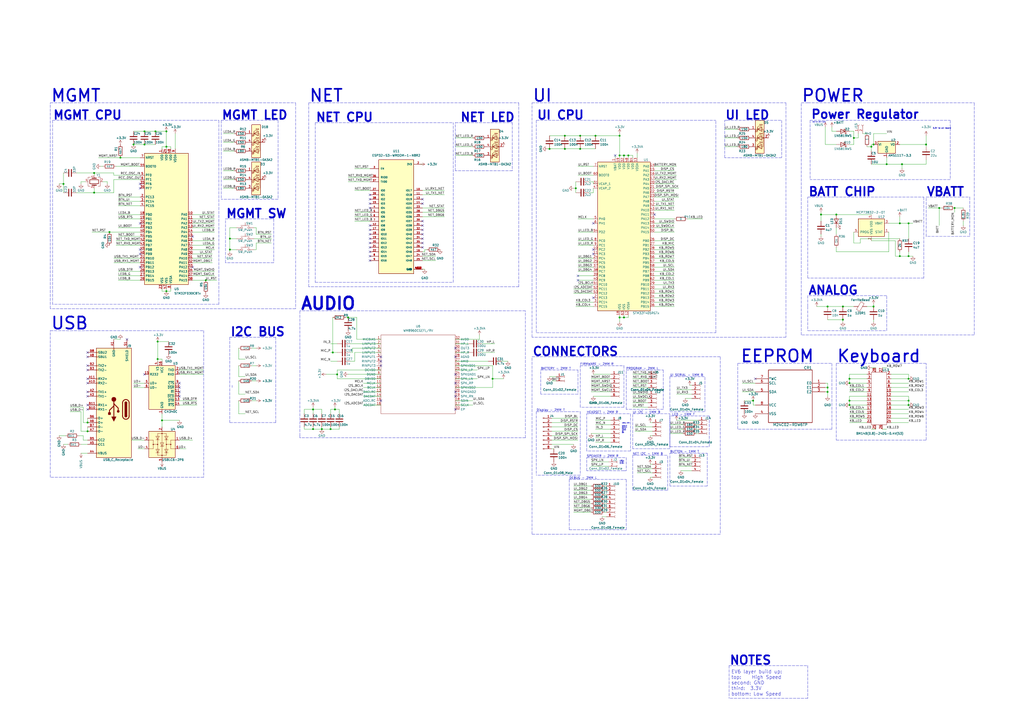
<source format=kicad_sch>
(kicad_sch (version 20211123) (generator eeschema)
  (paper "A2")
  (title_block (title "EV6 - FINN BERG") (date "2023-04-19") (company "CISCO SYSTEMS"))
  (junction (at 492.76 234.95))
  (junction (at 96.52 168.91))
  (junction (at 334.01 109.22))
  (junction (at 506.73 83.82))
  (junction (at 488.95 185.42))
  (junction (at 54.61 111.76))
  (junction (at 133.35 144.78))
  (junction (at 492.76 232.41))
  (junction (at 492.76 219.71))
  (junction (at 537.21 83.82))
  (junction (at 194.31 237.49))
  (junction (at 523.24 95.25))
  (junction (at 77.47 83.82))
  (junction (at 345.44 78.74))
  (junction (at 336.55 86.36))
  (junction (at 359.41 90.17))
  (junction (at 476.25 124.46))
  (junction (at 133.35 138.43))
  (junction (at 96.52 85.09))
  (junction (at 359.41 184.15))
  (junction (at 119.38 162.56))
  (junction (at 521.97 129.54))
  (junction (at 527.05 148.59))
  (junction (at 327.66 78.74))
  (junction (at 181.61 248.92))
  (junction (at 527.05 232.41))
  (junction (at 436.88 232.41))
  (junction (at 181.61 237.49))
  (junction (at 488.95 177.8))
  (junction (at 480.06 224.79))
  (junction (at 361.95 90.17))
  (junction (at 327.66 86.36))
  (junction (at 285.75 219.71))
  (junction (at 50.8 245.11))
  (junction (at 527.05 234.95))
  (junction (at 90.17 76.2))
  (junction (at 336.55 78.74))
  (junction (at 506.73 177.8))
  (junction (at 514.35 95.25))
  (junction (at 480.06 227.33))
  (junction (at 485.14 124.46))
  (junction (at 195.58 217.17))
  (junction (at 505.46 85.09))
  (junction (at 201.93 184.15))
  (junction (at 96.52 76.2))
  (junction (at 63.5 134.62))
  (junction (at 83.82 76.2))
  (junction (at 521.97 148.59))
  (junction (at 527.05 129.54))
  (junction (at 191.77 248.92))
  (junction (at 553.72 120.65))
  (junction (at 50.8 250.19))
  (junction (at 318.77 86.36))
  (junction (at 193.04 204.47))
  (junction (at 36.83 106.68))
  (junction (at 544.83 120.65))
  (junction (at 93.98 243.84))
  (junction (at 83.82 83.82))
  (junction (at 492.76 222.25))
  (junction (at 495.3 80.01))
  (junction (at 359.41 78.74))
  (junction (at 480.06 177.8))
  (junction (at 527.05 219.71))
  (junction (at 361.95 184.15))
  (junction (at 69.85 91.44))
  (junction (at 364.49 90.17))
  (junction (at 91.44 208.28))
  (junction (at 54.61 100.33))
  (junction (at 91.44 198.12))
  (junction (at 186.69 248.92))
  (no_connect (at 81.28 109.22))
  (no_connect (at 104.14 222.25))
  (no_connect (at 344.17 172.72))
  (no_connect (at 50.8 207.01))
  (no_connect (at 214.63 113.03))
  (no_connect (at 245.11 133.35))
  (no_connect (at 81.28 154.94))
  (no_connect (at 111.76 154.94))
  (no_connect (at 214.63 151.13))
  (no_connect (at 50.8 222.25))
  (no_connect (at 335.28 162.56))
  (no_connect (at 264.16 237.49))
  (no_connect (at 245.11 128.27))
  (no_connect (at 220.98 232.41))
  (no_connect (at 214.63 146.05))
  (no_connect (at 214.63 118.11))
  (no_connect (at 245.11 135.89))
  (no_connect (at 50.8 212.09))
  (no_connect (at 50.8 234.95))
  (no_connect (at 50.8 214.63))
  (no_connect (at 214.63 133.35))
  (no_connect (at 245.11 118.11))
  (no_connect (at 214.63 148.59))
  (no_connect (at 50.8 219.71))
  (no_connect (at 245.11 130.81))
  (no_connect (at 214.63 140.97))
  (no_connect (at 245.11 143.51))
  (no_connect (at 83.82 217.17))
  (no_connect (at 264.16 229.87))
  (no_connect (at 73.66 196.85))
  (no_connect (at 220.98 209.55))
  (no_connect (at 264.16 217.17))
  (no_connect (at 245.11 138.43))
  (no_connect (at 214.63 135.89))
  (no_connect (at 356.87 90.17))
  (no_connect (at 214.63 138.43))
  (no_connect (at 104.14 229.87))
  (no_connect (at 50.8 227.33))
  (no_connect (at 81.28 129.54))
  (no_connect (at 50.8 229.87))
  (no_connect (at 81.28 106.68))
  (no_connect (at 220.98 207.01))
  (no_connect (at 214.63 120.65))
  (no_connect (at 245.11 115.57))
  (no_connect (at 264.16 227.33))
  (no_connect (at 81.28 144.78))
  (no_connect (at 344.17 144.78))
  (no_connect (at 81.28 147.32))
  (no_connect (at 438.15 219.71))
  (no_connect (at 335.28 160.02))
  (no_connect (at 379.73 124.46))
  (no_connect (at 104.14 224.79))
  (no_connect (at 214.63 143.51))
  (no_connect (at 264.16 207.01))
  (no_connect (at 50.8 237.49))
  (no_connect (at 214.63 130.81))
  (no_connect (at 264.16 201.93))
  (no_connect (at 220.98 212.09))
  (no_connect (at 245.11 140.97))
  (no_connect (at 264.16 222.25))
  (no_connect (at 214.63 115.57))
  (no_connect (at 111.76 137.16))
  (no_connect (at 104.14 227.33))
  (no_connect (at 344.17 147.32))
  (no_connect (at 344.17 129.54))
  (no_connect (at 50.8 204.47))
  (wire (pts (xy 492.76 229.87) (xy 492.76 232.41)))
  (wire (pts (xy 492.76 240.03) (xy 502.92 240.03)))
  (wire (pts (xy 505.46 213.36) (xy 508 213.36)))
  (polyline (pts (xy 118.11 276.86) (xy 29.21 276.86)))
  (wire (pts (xy 111.76 160.02) (xy 124.46 160.02)))
  (wire (pts (xy 48.26 236.22) (xy 40.64 236.22)))
  (wire (pts (xy 392.43 243.84) (xy 405.13 243.84)))
  (polyline (pts (xy 410.21 262.89) (xy 410.21 281.94)))
  (wire (pts (xy 245.11 125.73) (xy 257.81 125.73)))
  (polyline (pts (xy 388.62 218.44) (xy 408.94 218.44)))
  (wire (pts (xy 76.2 255.27) (xy 83.82 255.27)))
  (polyline (pts (xy 264.16 71.12) (xy 297.18 71.12)))
  (wire (pts (xy 285.75 212.09) (xy 285.75 219.71)))
  (wire (pts (xy 379.73 132.08) (xy 391.16 132.08)))
  (wire (pts (xy 83.82 83.82) (xy 90.17 83.82)))
  (wire (pts (xy 129.54 99.06) (xy 135.89 99.06)))
  (wire (pts (xy 204.47 201.93) (xy 204.47 204.47)))
  (wire (pts (xy 99.06 168.91) (xy 96.52 168.91)))
  (wire (pts (xy 393.7 267.97) (xy 401.32 267.97)))
  (wire (pts (xy 359.41 184.15) (xy 361.95 184.15)))
  (wire (pts (xy 351.79 287.02) (xy 350.52 287.02)))
  (wire (pts (xy 480.06 224.79) (xy 480.06 227.33)))
  (wire (pts (xy 379.73 129.54) (xy 391.16 129.54)))
  (polyline (pts (xy 308.61 195.58) (xy 308.61 59.69)))
  (wire (pts (xy 482.6 76.2) (xy 485.14 76.2)))
  (wire (pts (xy 148.59 212.09) (xy 146.05 212.09)))
  (wire (pts (xy 544.83 120.65) (xy 544.83 130.81)))
  (wire (pts (xy 332.74 109.22) (xy 334.01 109.22)))
  (wire (pts (xy 111.76 147.32) (xy 123.19 147.32)))
  (polyline (pts (xy 464.82 59.69) (xy 468.63 59.69)))
  (wire (pts (xy 397.51 231.14) (xy 401.32 231.14)))
  (wire (pts (xy 335.28 152.4) (xy 344.17 152.4)))
  (wire (pts (xy 46.99 250.19) (xy 46.99 238.76)))
  (wire (pts (xy 148.59 132.08) (xy 148.59 135.89)))
  (wire (pts (xy 96.52 85.09) (xy 96.52 76.2)))
  (wire (pts (xy 335.28 142.24) (xy 344.17 142.24)))
  (wire (pts (xy 336.55 86.36) (xy 345.44 86.36)))
  (wire (pts (xy 246.38 144.78) (xy 246.38 146.05)))
  (wire (pts (xy 379.73 104.14) (xy 392.43 104.14)))
  (polyline (pts (xy 300.99 166.37) (xy 179.07 166.37)))
  (wire (pts (xy 335.28 149.86) (xy 344.17 149.86)))
  (wire (pts (xy 205.74 97.79) (xy 214.63 97.79)))
  (wire (pts (xy 148.59 135.89) (xy 157.48 135.89)))
  (wire (pts (xy 521.97 138.43) (xy 499.11 138.43)))
  (polyline (pts (xy 336.55 212.09) (xy 361.95 212.09)))
  (polyline (pts (xy 336.55 275.59) (xy 311.15 275.59)))
  (wire (pts (xy 342.9 222.25) (xy 354.33 222.25)))
  (wire (pts (xy 521.97 129.54) (xy 521.97 125.73)))
  (wire (pts (xy 492.76 245.11) (xy 502.92 245.11)))
  (wire (pts (xy 146.05 201.93) (xy 148.59 201.93)))
  (wire (pts (xy 59.69 105.41) (xy 62.23 105.41)))
  (wire (pts (xy 497.84 80.01) (xy 495.3 80.01)))
  (polyline (pts (xy 562.61 114.3) (xy 562.61 137.16)))
  (wire (pts (xy 480.06 185.42) (xy 488.95 185.42)))
  (wire (pts (xy 245.11 123.19) (xy 257.81 123.19)))
  (wire (pts (xy 39.37 257.81) (xy 36.83 257.81)))
  (wire (pts (xy 359.41 182.88) (xy 359.41 184.15)))
  (wire (pts (xy 133.35 138.43) (xy 133.35 144.78)))
  (wire (pts (xy 46.99 262.89) (xy 50.8 262.89)))
  (wire (pts (xy 220.98 217.17) (xy 201.93 217.17)))
  (polyline (pts (xy 565.15 194.31) (xy 464.82 194.31)))
  (wire (pts (xy 101.6 77.47) (xy 101.6 86.36)))
  (wire (pts (xy 193.04 184.15) (xy 193.04 204.47)))
  (wire (pts (xy 210.82 222.25) (xy 220.98 222.25)))
  (polyline (pts (xy 313.69 214.63) (xy 335.28 214.63)))
  (wire (pts (xy 111.76 152.4) (xy 123.19 152.4)))
  (wire (pts (xy 521.97 146.05) (xy 521.97 148.59)))
  (polyline (pts (xy 551.18 69.85) (xy 551.18 104.14)))
  (wire (pts (xy 264.16 209.55) (xy 283.21 209.55)))
  (polyline (pts (xy 421.64 69.85) (xy 453.39 69.85)))
  (wire (pts (xy 245.11 156.21) (xy 246.38 156.21)))
  (wire (pts (xy 191.77 199.39) (xy 195.58 199.39)))
  (polyline (pts (xy 367.03 264.16) (xy 367.03 284.48)))
  (wire (pts (xy 191.77 247.65) (xy 191.77 248.92)))
  (wire (pts (xy 77.47 83.82) (xy 83.82 83.82)))
  (wire (pts (xy 495.3 76.2) (xy 495.3 80.01)))
  (wire (pts (xy 344.17 106.68) (xy 344.17 105.41)))
  (polyline (pts (xy 118.11 191.77) (xy 118.11 276.86)))
  (wire (pts (xy 49.53 105.41) (xy 46.99 105.41)))
  (wire (pts (xy 335.28 162.56) (xy 344.17 162.56)))
  (polyline (pts (xy 304.8 254) (xy 304.8 180.34)))
  (wire (pts (xy 245.11 120.65) (xy 257.81 120.65)))
  (wire (pts (xy 111.76 134.62) (xy 124.46 134.62)))
  (wire (pts (xy 379.73 127) (xy 391.16 127)))
  (wire (pts (xy 327.66 78.74) (xy 336.55 78.74)))
  (wire (pts (xy 176.53 248.92) (xy 181.61 248.92)))
  (wire (pts (xy 369.57 274.32) (xy 378.46 274.32)))
  (wire (pts (xy 45.72 252.73) (xy 48.26 252.73)))
  (wire (pts (xy 379.73 165.1) (xy 391.16 165.1)))
  (wire (pts (xy 342.9102 292.1) (xy 332.74 292.1)))
  (wire (pts (xy 335.28 96.52) (xy 344.17 96.52)))
  (polyline (pts (xy 415.29 193.04) (xy 415.29 69.85)))
  (wire (pts (xy 519.43 148.59) (xy 521.97 148.59)))
  (wire (pts (xy 96.52 85.09) (xy 96.52 86.36)))
  (wire (pts (xy 379.73 101.6) (xy 392.43 101.6)))
  (wire (pts (xy 345.44 256.54) (xy 354.33 256.54)))
  (wire (pts (xy 492.76 227.33) (xy 502.92 227.33)))
  (wire (pts (xy 205.74 110.49) (xy 214.63 110.49)))
  (wire (pts (xy 488.95 177.8) (xy 495.3 177.8)))
  (polyline (pts (xy 535.94 161.29) (xy 468.63 161.29)))
  (wire (pts (xy 523.24 95.25) (xy 523.24 97.79)))
  (wire (pts (xy 345.44 78.74) (xy 359.41 78.74)))
  (wire (pts (xy 544.83 120.65) (xy 546.1 120.65)))
  (wire (pts (xy 34.29 252.73) (xy 38.1 252.73)))
  (wire (pts (xy 476.25 124.46) (xy 485.14 124.46)))
  (wire (pts (xy 394.97 273.05) (xy 401.32 273.05)))
  (polyline (pts (xy 537.21 210.82) (xy 485.14 210.82)))
  (wire (pts (xy 558.8 128.27) (xy 558.8 130.81)))
  (wire (pts (xy 138.43 228.6) (xy 142.24 228.6)))
  (wire (pts (xy 196.85 237.49) (xy 194.31 237.49)))
  (wire (pts (xy 379.73 154.94) (xy 391.16 154.94)))
  (wire (pts (xy 148.59 140.97) (xy 157.48 140.97)))
  (wire (pts (xy 553.72 120.65) (xy 553.72 123.19)))
  (wire (pts (xy 514.35 95.25) (xy 523.24 95.25)))
  (wire (pts (xy 264.16 214.63) (xy 276.86 214.63)))
  (wire (pts (xy 129.54 77.47) (xy 135.89 77.47)))
  (polyline (pts (xy 388.62 259.08) (xy 411.48 259.08)))
  (wire (pts (xy 204.47 201.93) (xy 220.98 201.93)))
  (wire (pts (xy 138.43 218.44) (xy 142.24 218.44)))
  (wire (pts (xy 104.14 234.95) (xy 114.3 234.95)))
  (wire (pts (xy 53.34 134.62) (xy 63.5 134.62)))
  (wire (pts (xy 492.76 234.95) (xy 502.92 234.95)))
  (wire (pts (xy 335.28 139.7) (xy 344.17 139.7)))
  (wire (pts (xy 359.41 90.17) (xy 361.95 90.17)))
  (wire (pts (xy 492.76 232.41) (xy 492.76 234.95)))
  (wire (pts (xy 196.85 237.49) (xy 196.85 240.03)))
  (polyline (pts (xy 330.2 307.34) (xy 363.22 307.34)))
  (wire (pts (xy 119.38 162.56) (xy 125.73 162.56)))
  (wire (pts (xy 334.01 109.22) (xy 334.01 111.76)))
  (polyline (pts (xy 468.63 177.8) (xy 468.63 191.77)))
  (polyline (pts (xy 365.76 261.62) (xy 340.36 261.62)))
  (wire (pts (xy 264.16 212.09) (xy 285.75 212.09)))
  (wire (pts (xy 96.52 167.64) (xy 96.52 168.91)))
  (polyline (pts (xy 161.29 115.57) (xy 128.27 115.57)))
  (polyline (pts (xy 330.2 278.13) (xy 363.22 278.13)))
  (wire (pts (xy 137.16 144.78) (xy 133.35 144.78)))
  (polyline (pts (xy 311.15 238.76) (xy 336.55 238.76)))
  (polyline (pts (xy 388.62 218.44) (xy 388.62 238.76)))
  (wire (pts (xy 359.41 184.15) (xy 359.41 186.69)))
  (wire (pts (xy 210.82 227.33) (xy 220.98 227.33)))
  (polyline (pts (xy 128.27 69.85) (xy 161.29 69.85)))
  (polyline (pts (xy 160.02 245.11) (xy 160.02 195.58)))
  (wire (pts (xy 191.77 237.49) (xy 191.77 240.03)))
  (polyline (pts (xy 464.82 194.31) (xy 464.82 59.69)))
  (wire (pts (xy 478.79 224.79) (xy 480.06 224.79)))
  (polyline (pts (xy 384.81 237.49) (xy 363.22 237.49)))
  (wire (pts (xy 492.76 83.82) (xy 495.3 83.82)))
  (wire (pts (xy 245.11 110.49) (xy 257.81 110.49)))
  (wire (pts (xy 138.43 240.03) (xy 142.24 240.03)))
  (wire (pts (xy 245.11 113.03) (xy 257.81 113.03)))
  (polyline (pts (xy 469.9 69.85) (xy 469.9 104.14)))
  (wire (pts (xy 492.76 232.41) (xy 502.92 232.41)))
  (wire (pts (xy 398.78 127) (xy 407.67 127)))
  (wire (pts (xy 59.69 96.52) (xy 58.42 96.52)))
  (wire (pts (xy 393.7 270.51) (xy 401.32 270.51)))
  (wire (pts (xy 427.99 85.09) (xy 420.37 85.09)))
  (wire (pts (xy 69.85 91.44) (xy 81.28 91.44)))
  (wire (pts (xy 318.77 78.74) (xy 327.66 78.74)))
  (wire (pts (xy 344.17 229.87) (xy 354.33 229.87)))
  (wire (pts (xy 516.89 217.17) (xy 527.05 217.17)))
  (wire (pts (xy 176.53 237.49) (xy 176.53 240.03)))
  (polyline (pts (xy 422.91 386.08) (xy 468.63 386.08)))
  (wire (pts (xy 77.47 222.25) (xy 83.82 222.25)))
  (wire (pts (xy 473.71 177.8) (xy 480.06 177.8)))
  (wire (pts (xy 129.54 87.63) (xy 135.89 87.63)))
  (polyline (pts (xy 363.22 214.63) (xy 384.81 214.63)))
  (polyline (pts (xy 308.61 309.88) (xy 308.61 207.01)))
  (wire (pts (xy 320.04 255.27) (xy 335.28 255.27)))
  (wire (pts (xy 427.99 74.93) (xy 420.37 74.93)))
  (wire (pts (xy 147.32 144.78) (xy 148.59 144.78)))
  (wire (pts (xy 379.73 172.72) (xy 391.16 172.72)))
  (wire (pts (xy 359.41 77.47) (xy 359.41 78.74)))
  (wire (pts (xy 342.9 284.48) (xy 332.74 284.48)))
  (wire (pts (xy 50.8 250.19) (xy 46.99 250.19)))
  (polyline (pts (xy 304.8 180.34) (xy 181.61 180.34)))
  (wire (pts (xy 201.93 105.41) (xy 214.63 105.41)))
  (wire (pts (xy 499.11 138.43) (xy 499.11 140.97)))
  (wire (pts (xy 80.01 260.35) (xy 83.82 260.35)))
  (wire (pts (xy 320.04 245.11) (xy 335.28 245.11)))
  (polyline (pts (xy 342.9 240.03) (xy 365.76 240.03)))
  (wire (pts (xy 334.01 177.8) (xy 344.17 177.8)))
  (wire (pts (xy 207.01 196.85) (xy 220.98 196.85)))
  (wire (pts (xy 320.04 260.35) (xy 321.31 260.35)))
  (wire (pts (xy 137.16 138.43) (xy 133.35 138.43)))
  (wire (pts (xy 361.95 90.17) (xy 364.49 90.17)))
  (wire (pts (xy 205.74 204.47) (xy 205.74 209.55)))
  (wire (pts (xy 345.44 243.84) (xy 354.33 243.84)))
  (wire (pts (xy 93.98 208.28) (xy 93.98 209.55)))
  (wire (pts (xy 274.32 85.09) (xy 264.16 85.09)))
  (wire (pts (xy 210.82 229.87) (xy 220.98 229.87)))
  (wire (pts (xy 203.2 199.39) (xy 220.98 199.39)))
  (polyline (pts (xy 363.22 278.13) (xy 363.22 279.4)))
  (wire (pts (xy 379.73 116.84) (xy 391.16 116.84)))
  (wire (pts (xy 320.04 250.19) (xy 335.28 250.19)))
  (wire (pts (xy 186.69 248.92) (xy 186.69 247.65)))
  (wire (pts (xy 553.72 120.65) (xy 558.8 120.65)))
  (polyline (pts (xy 411.48 259.08) (xy 411.48 241.3)))
  (wire (pts (xy 478.79 222.25) (xy 480.06 222.25)))
  (wire (pts (xy 506.73 77.47) (xy 514.35 77.47)))
  (wire (pts (xy 485.14 132.08) (xy 485.14 135.89)))
  (polyline (pts (xy 367.03 284.48) (xy 387.35 284.48)))
  (wire (pts (xy 318.77 86.36) (xy 327.66 86.36)))
  (polyline (pts (xy 417.83 309.88) (xy 308.61 309.88)))
  (polyline (pts (xy 336.55 236.22) (xy 336.55 212.09)))
  (polyline (pts (xy 297.18 99.06) (xy 264.16 99.06)))
  (wire (pts (xy 181.61 237.49) (xy 176.53 237.49)))
  (wire (pts (xy 67.31 139.7) (xy 81.28 139.7)))
  (wire (pts (xy 320.04 252.73) (xy 335.28 252.73)))
  (polyline (pts (xy 535.94 114.3) (xy 535.94 161.29)))
  (wire (pts (xy 379.73 147.32) (xy 391.16 147.32)))
  (wire (pts (xy 364.49 90.17) (xy 364.49 91.44)))
  (polyline (pts (xy 297.18 71.12) (xy 297.18 99.06)))
  (wire (pts (xy 436.88 234.95) (xy 436.88 232.41)))
  (wire (pts (xy 482.6 73.66) (xy 482.6 76.2)))
  (polyline (pts (xy 453.39 69.85) (xy 453.39 91.44)))
  (wire (pts (xy 68.58 114.3) (xy 81.28 114.3)))
  (wire (pts (xy 521.97 148.59) (xy 527.05 148.59)))
  (wire (pts (xy 111.76 162.56) (xy 119.38 162.56)))
  (wire (pts (xy 68.58 124.46) (xy 81.28 124.46)))
  (wire (pts (xy 521.97 83.82) (xy 537.21 83.82)))
  (wire (pts (xy 207.01 196.85) (xy 207.01 184.15)))
  (wire (pts (xy 506.73 185.42) (xy 506.73 186.69)))
  (wire (pts (xy 186.69 237.49) (xy 181.61 237.49)))
  (wire (pts (xy 186.69 237.49) (xy 186.69 240.03)))
  (wire (pts (xy 344.17 111.76) (xy 341.63 111.76)))
  (wire (pts (xy 505.46 248.92) (xy 508 248.92)))
  (polyline (pts (xy 134.62 223.52) (xy 134.62 224.79)))
  (wire (pts (xy 478.79 73.66) (xy 478.79 83.82)))
  (wire (pts (xy 93.98 243.84) (xy 93.98 247.65)))
  (wire (pts (xy 200.66 184.15) (xy 201.93 184.15)))
  (wire (pts (xy 478.79 227.33) (xy 480.06 227.33)))
  (wire (pts (xy 515.62 129.54) (xy 521.97 129.54)))
  (wire (pts (xy 350.52 281.94) (xy 351.79 281.94)))
  (polyline (pts (xy 485.14 255.27) (xy 537.21 255.27)))
  (wire (pts (xy 480.06 222.25) (xy 480.06 224.79)))
  (wire (pts (xy 83.82 76.2) (xy 90.17 76.2)))
  (wire (pts (xy 516.89 240.03) (xy 527.05 240.03)))
  (wire (pts (xy 91.44 198.12) (xy 97.79 198.12)))
  (wire (pts (xy 500.38 77.47) (xy 502.92 77.47)))
  (wire (pts (xy 492.76 237.49) (xy 502.92 237.49)))
  (wire (pts (xy 195.58 214.63) (xy 220.98 214.63)))
  (wire (pts (xy 243.84 95.25) (xy 245.11 95.25)))
  (polyline (pts (xy 363.22 237.49) (xy 363.22 214.63)))
  (wire (pts (xy 502.92 177.8) (xy 506.73 177.8)))
  (wire (pts (xy 505.46 83.82) (xy 506.73 83.82)))
  (polyline (pts (xy 469.9 69.85) (xy 551.18 69.85)))
  (wire (pts (xy 537.21 78.74) (xy 537.21 83.82)))
  (wire (pts (xy 379.73 157.48) (xy 391.16 157.48)))
  (wire (pts (xy 514.35 91.44) (xy 514.35 95.25)))
  (wire (pts (xy 137.16 132.08) (xy 133.35 132.08)))
  (polyline (pts (xy 468.63 114.3) (xy 535.94 114.3)))
  (wire (pts (xy 205.74 125.73) (xy 214.63 125.73)))
  (wire (pts (xy 379.73 119.38) (xy 391.16 119.38)))
  (wire (pts (xy 514.35 248.92) (xy 511.81 248.92)))
  (wire (pts (xy 516.89 224.79) (xy 527.05 224.79)))
  (wire (pts (xy 332.74 170.18) (xy 344.17 170.18)))
  (wire (pts (xy 69.85 196.85) (xy 66.04 196.85)))
  (wire (pts (xy 393.7 265.43) (xy 401.32 265.43)))
  (wire (pts (xy 205.74 204.47) (xy 220.98 204.47)))
  (wire (pts (xy 318.77 86.36) (xy 317.5 86.36)))
  (wire (pts (xy 245.11 148.59) (xy 252.73 148.59)))
  (wire (pts (xy 361.95 90.17) (xy 361.95 91.44)))
  (wire (pts (xy 492.76 217.17) (xy 502.92 217.17)))
  (wire (pts (xy 377.19 276.86) (xy 378.46 276.86)))
  (wire (pts (xy 196.85 247.65) (xy 196.85 248.92)))
  (wire (pts (xy 505.46 95.25) (xy 514.35 95.25)))
  (wire (pts (xy 54.61 100.33) (xy 54.61 101.6)))
  (polyline (pts (xy 304.8 254) (xy 173.99 254)))
  (wire (pts (xy 138.43 212.09) (xy 138.43 218.44)))
  (wire (pts (xy 93.98 85.09) (xy 96.52 85.09)))
  (wire (pts (xy 344.17 105.41) (xy 341.63 105.41)))
  (wire (pts (xy 44.45 111.76) (xy 54.61 111.76)))
  (wire (pts (xy 342.9 270.51) (xy 353.06 270.51)))
  (wire (pts (xy 193.04 204.47) (xy 195.58 204.47)))
  (wire (pts (xy 492.76 217.17) (xy 492.76 219.71)))
  (wire (pts (xy 147.32 132.08) (xy 148.59 132.08)))
  (wire (pts (xy 495.3 134.62) (xy 495.3 140.97)))
  (wire (pts (xy 99.06 85.09) (xy 96.52 85.09)))
  (wire (pts (xy 66.04 149.86) (xy 81.28 149.86)))
  (wire (pts (xy 93.98 240.03) (xy 93.98 243.84)))
  (polyline (pts (xy 330.2 278.13) (xy 330.2 307.34)))
  (polyline (pts (xy 482.6 210.82) (xy 482.6 248.92)))
  (wire (pts (xy 499.11 140.97) (xy 495.3 140.97)))
  (wire (pts (xy 392.43 226.06) (xy 401.32 226.06)))
  (wire (pts (xy 54.61 109.22) (xy 54.61 111.76)))
  (wire (pts (xy 104.14 260.35) (xy 107.95 260.35)))
  (polyline (pts (xy 427.99 210.82) (xy 482.6 210.82)))
  (wire (pts (xy 334.01 175.26) (xy 344.17 175.26)))
  (wire (pts (xy 538.48 120.65) (xy 544.83 120.65)))
  (wire (pts (xy 516.89 229.87) (xy 527.05 229.87)))
  (wire (pts (xy 438.15 234.95) (xy 436.88 234.95)))
  (wire (pts (xy 66.04 111.76) (xy 54.61 111.76)))
  (polyline (pts (xy 181.61 180.34) (xy 173.99 180.34)))
  (polyline (pts (xy 308.61 207.01) (xy 417.83 207.01)))
  (wire (pts (xy 36.83 106.68) (xy 36.83 111.76)))
  (polyline (pts (xy 537.21 137.16) (xy 537.21 114.3)))
  (wire (pts (xy 320.04 257.81) (xy 332.74 257.81)))
  (wire (pts (xy 369.57 271.78) (xy 378.46 271.78)))
  (polyline (pts (xy 29.21 276.86) (xy 29.21 191.77)))
  (polyline (pts (xy 127 69.85) (xy 127 176.53)))
  (wire (pts (xy 327.66 86.36) (xy 336.55 86.36)))
  (wire (pts (xy 111.76 127) (xy 124.46 127)))
  (wire (pts (xy 205.74 209.55) (xy 203.2 209.55)))
  (wire (pts (xy 342.9 251.46) (xy 354.33 251.46)))
  (wire (pts (xy 502.92 85.09) (xy 505.46 85.09)))
  (wire (pts (xy 57.15 91.44) (xy 69.85 91.44)))
  (wire (pts (xy 356.87 91.44) (xy 356.87 90.17)))
  (wire (pts (xy 264.16 219.71) (xy 276.86 219.71)))
  (wire (pts (xy 99.06 167.64) (xy 99.06 168.91)))
  (polyline (pts (xy 420.37 69.85) (xy 421.64 69.85)))
  (wire (pts (xy 93.98 167.64) (xy 93.98 168.91)))
  (polyline (pts (xy 361.95 236.22) (xy 336.55 236.22)))
  (polyline (pts (xy 128.27 69.85) (xy 128.27 115.57)))
  (wire (pts (xy 204.47 204.47) (xy 203.2 204.47)))
  (wire (pts (xy 36.83 106.68) (xy 34.29 106.68)))
  (wire (pts (xy 516.89 232.41) (xy 527.05 232.41)))
  (wire (pts (xy 210.82 234.95) (xy 220.98 234.95)))
  (wire (pts (xy 369.57 88.9) (xy 369.57 91.44)))
  (wire (pts (xy 359.41 90.17) (xy 359.41 91.44)))
  (wire (pts (xy 148.59 220.98) (xy 146.05 220.98)))
  (wire (pts (xy 90.17 76.2) (xy 96.52 76.2)))
  (polyline (pts (xy 311.15 193.04) (xy 415.29 193.04)))
  (wire (pts (xy 361.95 184.15) (xy 364.49 184.15)))
  (polyline (pts (xy 363.22 265.43) (xy 363.22 273.05)))
  (wire (pts (xy 345.44 254) (xy 354.33 254)))
  (polyline (pts (xy 514.35 171.45) (xy 468.63 171.45)))
  (wire (pts (xy 342.9 219.71) (xy 354.33 219.71)))
  (wire (pts (xy 379.73 144.78) (xy 391.16 144.78)))
  (wire (pts (xy 194.31 237.49) (xy 191.77 237.49)))
  (polyline (pts (xy 311.15 238.76) (xy 311.15 275.59)))
  (wire (pts (xy 77.47 76.2) (xy 83.82 76.2)))
  (wire (pts (xy 44.45 100.33) (xy 54.61 100.33)))
  (polyline (pts (xy 262.89 163.83) (xy 262.89 71.12)))
  (wire (pts (xy 176.53 247.65) (xy 176.53 248.92)))
  (wire (pts (xy 492.76 229.87) (xy 502.92 229.87)))
  (wire (pts (xy 245.11 151.13) (xy 252.73 151.13)))
  (wire (pts (xy 403.86 246.38) (xy 405.13 246.38)))
  (polyline (pts (xy 171.45 179.07) (xy 29.21 179.07)))
  (polyline (pts (xy 485.14 210.82) (xy 485.14 210.82)))
  (wire (pts (xy 181.61 247.65) (xy 181.61 248.92)))
  (wire (pts (xy 379.73 134.62) (xy 391.16 134.62)))
  (wire (pts (xy 264.16 199.39) (xy 271.78 199.39)))
  (wire (pts (xy 332.74 281.94) (xy 342.9 281.94)))
  (polyline (pts (xy 455.93 195.58) (xy 308.61 195.58)))
  (wire (pts (xy 50.8 245.11) (xy 48.26 245.11)))
  (polyline (pts (xy 340.36 273.05) (xy 340.36 265.43)))
  (polyline (pts (xy 514.35 191.77) (xy 514.35 171.45)))
  (wire (pts (xy 48.26 255.27) (xy 50.8 255.27)))
  (polyline (pts (xy 160.02 195.58) (xy 133.35 195.58)))
  (wire (pts (xy 318.77 218.44) (xy 322.58 218.44)))
  (wire (pts (xy 480.06 227.33) (xy 480.06 229.87)))
  (wire (pts (xy 91.44 208.28) (xy 93.98 208.28)))
  (polyline (pts (xy 29.21 191.77) (xy 118.11 191.77)))
  (wire (pts (xy 285.75 219.71) (xy 285.75 224.79)))
  (wire (pts (xy 335.28 127) (xy 344.17 127)))
  (wire (pts (xy 476.25 135.89) (xy 476.25 137.16)))
  (wire (pts (xy 335.28 165.1) (xy 344.17 165.1)))
  (wire (pts (xy 480.06 177.8) (xy 488.95 177.8)))
  (wire (pts (xy 195.58 214.63) (xy 195.58 217.17)))
  (wire (pts (xy 361.95 182.88) (xy 361.95 184.15)))
  (polyline (pts (xy 417.83 207.01) (xy 417.83 309.88)))
  (wire (pts (xy 505.46 85.09) (xy 505.46 87.63)))
  (wire (pts (xy 91.44 198.12) (xy 91.44 208.28)))
  (wire (pts (xy 335.28 101.6) (xy 344.17 101.6)))
  (polyline (pts (xy 133.35 245.11) (xy 160.02 245.11)))
  (wire (pts (xy 91.44 208.28) (xy 91.44 209.55)))
  (wire (pts (xy 66.04 100.33) (xy 54.61 100.33)))
  (polyline (pts (xy 365.76 240.03) (xy 365.76 261.62)))
  (wire (pts (xy 537.21 92.71) (xy 537.21 95.25)))
  (polyline (pts (xy 537.21 114.3) (xy 562.61 114.3)))
  (polyline (pts (xy 388.62 260.35) (xy 367.03 260.35)))
  (polyline (pts (xy 387.35 284.48) (xy 387.35 264.16)))
  (wire (pts (xy 66.04 152.4) (xy 81.28 152.4)))
  (polyline (pts (xy 367.03 264.16) (xy 387.35 264.16)))
  (wire (pts (xy 537.21 83.82) (xy 537.21 85.09)))
  (wire (pts (xy 342.9 297.18) (xy 332.74 297.18)))
  (wire (pts (xy 492.76 224.79) (xy 502.92 224.79)))
  (wire (pts (xy 342.9 224.79) (xy 354.33 224.79)))
  (polyline (pts (xy 311.15 69.85) (xy 415.29 69.85)))
  (wire (pts (xy 516.89 219.71) (xy 527.05 219.71)))
  (wire (pts (xy 111.76 142.24) (xy 124.46 142.24)))
  (wire (pts (xy 66.04 101.6) (xy 81.28 101.6)))
  (wire (pts (xy 195.58 219.71) (xy 220.98 219.71)))
  (polyline (pts (xy 565.15 59.69) (xy 565.15 194.31)))
  (wire (pts (xy 516.89 222.25) (xy 527.05 222.25)))
  (polyline (pts (xy 179.07 166.37) (xy 179.07 59.69)))
  (wire (pts (xy 367.03 231.14) (xy 375.92 231.14)))
  (wire (pts (xy 336.55 78.74) (xy 345.44 78.74)))
  (wire (pts (xy 93.98 168.91) (xy 96.52 168.91)))
  (polyline (pts (xy 453.39 91.44) (xy 420.37 91.44)))
  (wire (pts (xy 68.58 127) (xy 81.28 127)))
  (wire (pts (xy 516.89 237.49) (xy 527.05 237.49)))
  (wire (pts (xy 133.35 132.08) (xy 133.35 138.43)))
  (wire (pts (xy 68.58 162.56) (xy 81.28 162.56)))
  (wire (pts (xy 36.83 100.33) (xy 36.83 106.68)))
  (wire (pts (xy 505.46 139.7) (xy 519.43 139.7)))
  (wire (pts (xy 492.76 219.71) (xy 502.92 219.71)))
  (polyline (pts (xy 171.45 59.69) (xy 171.45 179.07)))
  (wire (pts (xy 527.05 138.43) (xy 527.05 129.54)))
  (wire (pts (xy 379.73 106.68) (xy 391.16 106.68)))
  (wire (pts (xy 247.65 144.78) (xy 246.38 144.78)))
  (wire (pts (xy 379.73 96.52) (xy 392.43 96.52)))
  (wire (pts (xy 68.58 157.48) (xy 81.28 157.48)))
  (wire (pts (xy 403.86 248.92) (xy 405.13 248.92)))
  (wire (pts (xy 345.44 246.38) (xy 354.33 246.38)))
  (wire (pts (xy 485.14 146.05) (xy 515.62 146.05)))
  (wire (pts (xy 320.04 220.98) (xy 322.58 220.98)))
  (wire (pts (xy 350.52 297.18) (xy 351.79 297.18)))
  (polyline (pts (xy 551.18 104.14) (xy 469.9 104.14)))
  (wire (pts (xy 379.73 160.02) (xy 391.16 160.02)))
  (polyline (pts (xy 384.81 214.63) (xy 384.81 237.49)))
  (wire (pts (xy 367.03 90.17) (xy 367.03 91.44)))
  (wire (pts (xy 388.62 248.92) (xy 396.24 248.92)))
  (wire (pts (xy 379.73 170.18) (xy 391.16 170.18)))
  (wire (pts (xy 388.62 251.46) (xy 396.24 251.46)))
  (wire (pts (xy 379.73 152.4) (xy 391.16 152.4)))
  (wire (pts (xy 335.28 160.02) (xy 344.17 160.02)))
  (polyline (pts (xy 173.99 254) (xy 173.99 252.73)))
  (wire (pts (xy 68.58 116.84) (xy 81.28 116.84)))
  (polyline (pts (xy 468.63 171.45) (xy 468.63 177.8)))
  (wire (pts (xy 342.9 287.02) (xy 332.74 287.02)))
  (wire (pts (xy 148.59 232.41) (xy 146.05 232.41)))
  (wire (pts (xy 516.89 245.11) (xy 527.05 245.11)))
  (wire (pts (xy 66.04 101.6) (xy 66.04 100.33)))
  (wire (pts (xy 523.24 95.25) (xy 537.21 95.25)))
  (polyline (pts (xy 485.14 210.82) (xy 485.14 255.27)))
  (wire (pts (xy 104.14 217.17) (xy 118.11 217.17)))
  (wire (pts (xy 492.76 76.2) (xy 495.3 76.2)))
  (wire (pts (xy 476.25 123.19) (xy 476.25 124.46)))
  (polyline (pts (xy 130.81 152.4) (xy 130.81 127)))
  (wire (pts (xy 335.28 157.48) (xy 344.17 157.48)))
  (wire (pts (xy 488.95 185.42) (xy 488.95 186.69)))
  (wire (pts (xy 264.16 232.41) (xy 274.32 232.41)))
  (polyline (pts (xy 408.94 238.76) (xy 408.94 218.44)))
  (wire (pts (xy 379.73 109.22) (xy 393.7 109.22)))
  (polyline (pts (xy 427.99 248.92) (xy 427.99 210.82)))
  (wire (pts (xy 342.9 227.33) (xy 354.33 227.33)))
  (wire (pts (xy 367.03 217.17) (xy 375.92 217.17)))
  (wire (pts (xy 359.41 78.74) (xy 359.41 90.17)))
  (wire (pts (xy 379.73 167.64) (xy 391.16 167.64)))
  (polyline (pts (xy 468.63 191.77) (xy 514.35 191.77)))
  (wire (pts (xy 111.76 149.86) (xy 123.19 149.86)))
  (wire (pts (xy 335.28 154.94) (xy 344.17 154.94)))
  (wire (pts (xy 63.5 134.62) (xy 81.28 134.62)))
  (polyline (pts (xy 455.93 59.69) (xy 455.93 195.58)))
  (wire (pts (xy 181.61 237.49) (xy 181.61 240.03)))
  (wire (pts (xy 351.79 294.64) (xy 350.6392 294.64)))
  (polyline (pts (xy 340.36 265.43) (xy 363.22 265.43)))
  (polyline (pts (xy 30.48 69.85) (xy 127 69.85)))
  (wire (pts (xy 46.99 257.81) (xy 50.8 257.81)))
  (polyline (pts (xy 367.03 260.35) (xy 367.03 240.03)))
  (wire (pts (xy 66.04 104.14) (xy 66.04 111.76)))
  (wire (pts (xy 93.98 86.36) (xy 93.98 85.09)))
  (wire (pts (xy 68.58 137.16) (xy 81.28 137.16)))
  (wire (pts (xy 46.99 105.41) (xy 46.99 106.68)))
  (wire (pts (xy 246.38 146.05) (xy 245.11 146.05)))
  (wire (pts (xy 62.23 105.41) (xy 62.23 106.68)))
  (wire (pts (xy 364.49 90.17) (xy 367.03 90.17)))
  (wire (pts (xy 436.88 232.41) (xy 431.8 232.41)))
  (wire (pts (xy 129.54 104.14) (xy 135.89 104.14)))
  (wire (pts (xy 403.86 251.46) (xy 405.13 251.46)))
  (wire (pts (xy 181.61 248.92) (xy 186.69 248.92)))
  (wire (pts (xy 514.35 213.36) (xy 511.81 213.36)))
  (polyline (pts (xy 468.63 161.29) (xy 468.63 114.3)))
  (wire (pts (xy 264.16 234.95) (xy 274.32 234.95)))
  (wire (pts (xy 367.03 222.25) (xy 375.92 222.25)))
  (wire (pts (xy 367.03 233.68) (xy 375.92 233.68)))
  (polyline (pts (xy 537.21 255.27) (xy 537.21 210.82)))
  (wire (pts (xy 68.58 119.38) (xy 81.28 119.38)))
  (polyline (pts (xy 388.62 262.89) (xy 410.21 262.89)))
  (wire (pts (xy 377.19 252.73) (xy 378.46 252.73)))
  (wire (pts (xy 343.0192 294.64) (xy 332.74 294.64)))
  (wire (pts (xy 364.49 182.88) (xy 364.49 184.15)))
  (wire (pts (xy 129.54 109.22) (xy 135.89 109.22)))
  (wire (pts (xy 138.43 201.93) (xy 138.43 208.28)))
  (polyline (pts (xy 173.99 180.34) (xy 173.99 252.73)))
  (wire (pts (xy 527.05 146.05) (xy 527.05 148.59)))
  (wire (pts (xy 485.14 124.46) (xy 505.46 124.46)))
  (polyline (pts (xy 388.62 240.03) (xy 388.62 260.35)))
  (wire (pts (xy 379.73 121.92) (xy 391.16 121.92)))
  (wire (pts (xy 527.05 217.17) (xy 527.05 219.71)))
  (polyline (pts (xy 422.91 386.08) (xy 422.91 405.13)))
  (polyline (pts (xy 182.88 163.83) (xy 262.89 163.83)))
  (wire (pts (xy 351.79 284.48) (xy 350.52 284.48)))
  (wire (pts (xy 278.13 196.85) (xy 278.13 194.31)))
  (wire (pts (xy 379.73 162.56) (xy 391.16 162.56)))
  (wire (pts (xy 46.99 238.76) (xy 40.64 238.76)))
  (wire (pts (xy 68.58 160.02) (xy 81.28 160.02)))
  (wire (pts (xy 111.76 144.78) (xy 124.46 144.78)))
  (polyline (pts (xy 29.21 179.07) (xy 29.21 59.69)))
  (polyline (pts (xy 133.35 195.58) (xy 133.35 245.11)))
  (polyline (pts (xy 340.36 240.03) (xy 342.9 240.03)))
  (polyline (pts (xy 264.16 99.06) (xy 264.16 71.12)))
  (wire (pts (xy 111.76 129.54) (xy 124.46 129.54)))
  (polyline (pts (xy 420.37 91.44) (xy 420.37 69.85)))
  (wire (pts (xy 478.79 83.82) (xy 485.14 83.82)))
  (polyline (pts (xy 367.03 240.03) (xy 388.62 240.03)))
  (wire (pts (xy 519.43 139.7) (xy 519.43 148.59)))
  (wire (pts (xy 529.59 148.59) (xy 527.05 148.59)))
  (wire (pts (xy 194.31 237.49) (xy 194.31 236.22)))
  (wire (pts (xy 485.14 146.05) (xy 485.14 143.51)))
  (polyline (pts (xy 313.69 228.6) (xy 313.69 214.63)))
  (wire (pts (xy 99.06 86.36) (xy 99.06 85.09)))
  (wire (pts (xy 320.04 247.65) (xy 335.28 247.65)))
  (polyline (pts (xy 182.88 71.12) (xy 182.88 163.83)))
  (wire (pts (xy 111.76 139.7) (xy 124.46 139.7)))
  (wire (pts (xy 527.05 129.54) (xy 529.59 129.54)))
  (wire (pts (xy 191.77 204.47) (xy 193.04 204.47)))
  (polyline (pts (xy 410.21 281.94) (xy 388.62 281.94)))
  (wire (pts (xy 351.79 289.56) (xy 350.52 289.56)))
  (wire (pts (xy 379.73 175.26) (xy 391.16 175.26)))
  (wire (pts (xy 342.9 267.97) (xy 353.06 267.97)))
  (wire (pts (xy 67.31 96.52) (xy 81.28 96.52)))
  (wire (pts (xy 497.84 77.47) (xy 497.84 80.01)))
  (wire (pts (xy 379.73 139.7) (xy 391.16 139.7)))
  (wire (pts (xy 191.77 209.55) (xy 195.58 209.55)))
  (polyline (pts (xy 182.88 71.12) (xy 262.89 71.12)))
  (polyline (pts (xy 468.63 59.69) (xy 565.15 59.69)))
  (wire (pts (xy 379.73 114.3) (xy 393.7 114.3)))
  (wire (pts (xy 205.74 128.27) (xy 214.63 128.27)))
  (wire (pts (xy 527.05 129.54) (xy 521.97 129.54)))
  (wire (pts (xy 334.01 105.41) (xy 334.01 109.22)))
  (polyline (pts (xy 29.21 59.69) (xy 171.45 59.69)))
  (wire (pts (xy 345.44 248.92) (xy 354.33 248.92)))
  (wire (pts (xy 379.73 177.8) (xy 391.16 177.8)))
  (polyline (pts (xy 388.62 238.76) (xy 408.94 238.76)))
  (polyline (pts (xy 161.29 69.85) (xy 161.29 115.57)))
  (polyline (pts (xy 562.61 137.16) (xy 537.21 137.16)))
  (wire (pts (xy 111.76 132.08) (xy 124.46 132.08)))
  (wire (pts (xy 515.62 146.05) (xy 515.62 134.62)))
  (wire (pts (xy 48.26 245.11) (xy 48.26 236.22)))
  (polyline (pts (xy 308.61 59.69) (xy 455.93 59.69)))
  (wire (pts (xy 516.89 227.33) (xy 527.05 227.33)))
  (polyline (pts (xy 340.36 261.62) (xy 340.36 240.03)))
  (wire (pts (xy 104.14 214.63) (xy 118.11 214.63)))
  (wire (pts (xy 320.04 242.57) (xy 335.28 242.57)))
  (wire (pts (xy 377.19 269.24) (xy 378.46 269.24)))
  (wire (pts (xy 388.62 246.38) (xy 396.24 246.38)))
  (wire (pts (xy 367.03 219.71) (xy 375.92 219.71)))
  (wire (pts (xy 379.73 142.24) (xy 391.16 142.24)))
  (wire (pts (xy 430.53 227.33) (xy 438.15 227.33)))
  (wire (pts (xy 368.3 250.19) (xy 378.46 250.19)))
  (wire (pts (xy 104.14 232.41) (xy 114.3 232.41)))
  (wire (pts (xy 505.46 83.82) (xy 505.46 85.09)))
  (wire (pts (xy 181.61 237.49) (xy 181.61 236.22)))
  (wire (pts (xy 430.53 222.25) (xy 438.15 222.25)))
  (wire (pts (xy 506.73 83.82) (xy 506.73 77.47)))
  (wire (pts (xy 527.05 229.87) (xy 527.05 232.41)))
  (wire (pts (xy 285.75 219.71) (xy 292.1 219.71)))
  (wire (pts (xy 48.26 252.73) (xy 48.26 255.27)))
  (polyline (pts (xy 179.07 59.69) (xy 300.99 59.69)))
  (polyline (pts (xy 127 176.53) (xy 30.48 176.53)))
  (polyline (pts (xy 361.95 212.09) (xy 361.95 236.22)))
  (wire (pts (xy 201.93 184.15) (xy 207.01 184.15)))
  (wire (pts (xy 147.32 138.43) (xy 157.48 138.43)))
  (wire (pts (xy 148.59 144.78) (xy 148.59 140.97)))
  (polyline (pts (xy 363.22 307.34) (xy 363.22 279.4)))
  (wire (pts (xy 138.43 208.28) (xy 142.24 208.28)))
  (wire (pts (xy 290.83 209.55) (xy 294.64 209.55)))
  (wire (pts (xy 111.76 157.48) (xy 124.46 157.48)))
  (polyline (pts (xy 388.62 281.94) (xy 388.62 262.89)))
  (wire (pts (xy 195.58 217.17) (xy 189.23 217.17)))
  (wire (pts (xy 274.32 80.01) (xy 264.16 80.01)))
  (polyline (pts (xy 158.75 127) (xy 158.75 152.4)))
  (polyline (pts (xy 411.48 241.3) (xy 388.62 241.3)))
  (wire (pts (xy 111.76 124.46) (xy 124.46 124.46)))
  (wire (pts (xy 527.05 232.41) (xy 527.05 234.95)))
  (wire (pts (xy 495.3 80.01) (xy 495.3 83.82)))
  (wire (pts (xy 492.76 242.57) (xy 502.92 242.57)))
  (wire (pts (xy 264.16 196.85) (xy 278.13 196.85)))
  (wire (pts (xy 349.25 299.72) (xy 351.79 299.72)))
  (wire (pts (xy 195.58 217.17) (xy 195.58 219.71)))
  (wire (pts (xy 274.32 90.17) (xy 264.16 90.17)))
  (wire (pts (xy 104.14 255.27) (xy 111.76 255.27)))
  (wire (pts (xy 367.03 224.79) (xy 375.92 224.79)))
  (wire (pts (xy 77.47 224.79) (xy 83.82 224.79)))
  (wire (pts (xy 379.73 111.76) (xy 391.16 111.76)))
  (wire (pts (xy 344.17 109.22) (xy 344.17 111.76)))
  (polyline (pts (xy 363.22 273.05) (xy 361.95 273.05)))
  (wire (pts (xy 392.43 228.6) (xy 401.32 228.6)))
  (wire (pts (xy 50.8 247.65) (xy 50.8 250.19)))
  (wire (pts (xy 129.54 82.55) (xy 135.89 82.55)))
  (polyline (pts (xy 468.63 386.08) (xy 468.63 405.13)))
  (wire (pts (xy 516.89 234.95) (xy 527.05 234.95)))
  (polyline (pts (xy 335.28 228.6) (xy 313.69 228.6)))
  (wire (pts (xy 344.17 217.17) (xy 354.33 217.17)))
  (wire (pts (xy 367.03 228.6) (xy 375.92 228.6)))
  (wire (pts (xy 133.35 144.78) (xy 133.35 146.05)))
  (wire (pts (xy 264.16 204.47) (xy 271.78 204.47)))
  (wire (pts (xy 377.19 245.11) (xy 378.46 245.11)))
  (polyline (pts (xy 311.15 69.85) (xy 311.15 193.04)))
  (polyline (pts (xy 468.63 405.13) (xy 422.91 405.13)))
  (wire (pts (xy 379.73 99.06) (xy 391.16 99.06)))
  (wire (pts (xy 368.3 247.65) (xy 378.46 247.65)))
  (wire (pts (xy 264.16 224.79) (xy 285.75 224.79)))
  (wire (pts (xy 66.04 104.14) (xy 81.28 104.14)))
  (wire (pts (xy 506.73 176.53) (xy 506.73 177.8)))
  (wire (pts (xy 138.43 220.98) (xy 138.43 228.6)))
  (polyline (pts (xy 336.55 238.76) (xy 336.55 275.59)))
  (wire (pts (xy 50.8 242.57) (xy 50.8 245.11)))
  (polyline (pts (xy 130.81 127) (xy 158.75 127)))
  (wire (pts (xy 196.85 248.92) (xy 191.77 248.92)))
  (polyline (pts (xy 335.28 214.63) (xy 335.28 228.6)))
  (wire (pts (xy 342.9 289.56) (xy 332.74 289.56)))
  (wire (pts (xy 400.05 223.52) (xy 401.32 223.52)))
  (wire (pts (xy 427.99 80.01) (xy 420.37 80.01)))
  (wire (pts (xy 379.73 149.86) (xy 391.16 149.86)))
  (wire (pts (xy 332.74 167.64) (xy 344.17 167.64)))
  (wire (pts (xy 476.25 124.46) (xy 476.25 128.27)))
  (wire (pts (xy 191.77 248.92) (xy 186.69 248.92)))
  (wire (pts (xy 68.58 132.08) (xy 81.28 132.08)))
  (wire (pts (xy 138.43 232.41) (xy 138.43 240.03)))
  (polyline (pts (xy 482.6 248.92) (xy 427.99 248.92)))
  (wire (pts (xy 279.4 199.39) (xy 287.02 199.39)))
  (wire (pts (xy 67.31 142.24) (xy 81.28 142.24)))
  (wire (pts (xy 492.76 222.25) (xy 502.92 222.25)))
  (polyline (pts (xy 388.62 241.3) (xy 388.62 259.08)))
  (polyline (pts (xy 158.75 152.4) (xy 130.81 152.4)))
  (wire (pts (xy 516.89 242.57) (xy 527.05 242.57)))
  (wire (pts (xy 205.74 123.19) (xy 214.63 123.19)))
  (wire (pts (xy 492.76 219.71) (xy 492.76 222.25)))
  (wire (pts (xy 367.03 236.22) (xy 375.92 236.22)))
  (polyline (pts (xy 300.99 59.69) (xy 300.99 166.37)))
  (wire (pts (xy 279.4 204.47) (xy 287.02 204.47)))
  (polyline (pts (xy 30.48 69.85) (xy 30.48 176.53)))
  (wire (pts (xy 351.79 292.1) (xy 350.5302 292.1)))
  (wire (pts (xy 93.98 243.84) (xy 104.14 243.84)))
  (wire (pts (xy 335.28 134.62) (xy 344.17 134.62)))
  (polyline (pts (xy 361.95 273.05) (xy 340.36 273.05)))
  (wire (pts (xy 201.93 102.87) (xy 214.63 102.87)))
  (wire (pts (xy 210.82 224.79) (xy 220.98 224.79)))
  (text "MGMT " (at 29.21 59.69 0) (effects (font (size 7 7) (thickness 1) bold) (justify left bottom)))
  (text "VBATT" (at 537.21 114.3 0) (effects (font (size 5 5) bold) (justify left bottom)))
  (text "SPEAKER - 2MM R\n" (at 340.36 265.43 0) (effects (font (size 1.27 1.27)) (justify left bottom)))
  (text "UI\n" (at 308.61 59.69 0) (effects (font (size 7 7) (thickness 1) bold) (justify left bottom)))
  (text "NET CPU" (at 182.88 71.12 0) (effects (font (size 5 5) (thickness 1) bold) (justify left bottom)))
  (text "MGMT CPU" (at 30.48 69.85 0) (effects (font (size 5 5) (thickness 1) bold) (justify left bottom)))
  (text "BATT CHIP" (at 468.63 114.3 0) (effects (font (size 5 5) (thickness 1) bold) (justify left bottom)))
  (text "NET" (at 179.07 59.69 0) (effects (font (size 7 7) (thickness 1) bold) (justify left bottom)))
  (text "POWER\n" (at 501.65 59.69 180) (effects (font (size 7 7) (thickness 1) bold) (justify right bottom)))
  (text "PROGRAM - 2MM L\n" (at 363.22 214.63 0) (effects (font (size 1.27 1.27)) (justify left bottom)))
  (text "CONNECTORS" (at 308.61 207.01 0) (effects (font (size 5 5) (thickness 1) bold) (justify left bottom)))
  (text "3.3V to all board" (at 541.02 74.93 0) (effects (font (size 0.8 0.8)) (justify left bottom)))
  (text "NET LED" (at 266.7 71.12 0) (effects (font (size 5 5) (thickness 1) bold) (justify left bottom)))
  (text "UI CPU" (at 311.15 69.85 0) (effects (font (size 5 5) (thickness 1) bold) (justify left bottom)))
  (text "HEADSET - 2MM R\n" (at 340.36 240.03 0) (effects (font (size 1.27 1.27)) (justify left bottom)))
  (text "BATTERY - 2MM T" (at 313.69 214.63 0) (effects (font (size 1.27 1.27)) (justify left bottom)))
  (text "BUTTON - 1MM T" (at 388.62 262.89 0) (effects (font (size 1.27 1.27)) (justify left bottom)))
  (text "EV6 layer build up:\ntop:    High Speed\nsecond: GND\nthird:  3.3V\nbottom: Low Speed" (at 424.18 403.86 0) (effects (font (size 2 2)) (justify left bottom)))
  (text "LABEL: 1MM\n\n1:MIC_P\n2:MIC_N\n3:IN_3\n4:GND\n5:L\n6:R" (at 360.68 251.46 0) (effects (font (size 0.5 0.5)) (justify left bottom)))
  (text "AUDIO\n" (at 173.99 180.34 0) (effects (font (size 7 7) bold) (justify left bottom)))
  (text "MGMT SW\n" (at 130.81 127 0) (effects (font (size 5 5) (thickness 1) bold) (justify left bottom)))
  (text "UI SERIAL - 1MM B" (at 388.62 218.44 0) (effects (font (size 1.27 1.27)) (justify left bottom)))
  (text "EEPROM" (at 429.26 210.82 0) (effects (font (size 7 7) (thickness 1) bold) (justify left bottom)))
  (text "UI I2C - 1MM B" (at 367.03 240.03 0) (effects (font (size 1.27 1.27)) (justify left bottom)))
  (text "I2C BUS" (at 133.35 195.58 0) (effects (font (size 5 5) bold) (justify left bottom)))
  (text "FIRMWARE - 2MM R\n" (at 336.55 212.09 0) (effects (font (size 1.27 1.27)) (justify left bottom)))
  (text "USB" (at 29.21 191.77 0) (effects (font (size 7 7) (thickness 1) bold) (justify left bottom)))
  (text "VBUS from USB-C (5.0V)" (at 471.17 71.12 0) (effects (font (size 0.4 0.4)) (justify left bottom)))
  (text "MGMT LED\n" (at 128.27 69.85 0) (effects (font (size 5 5) (thickness 1) bold) (justify left bottom)))
  (text "LABEL:\n1: SP-\n2: SP+" (at 359.41 269.24 0) (effects (font (size 0.5 0.5)) (justify left bottom)))
  (text "LED - 1MM T\n" (at 389.89 241.3 0) (effects (font (size 1.27 1.27)) (justify left bottom)))
  (text "NOTES" (at 422.91 386.08 0) (effects (font (size 5 5) (thickness 1) bold) (justify left bottom)))
  (text "Power Regulator\n\n" (at 533.4 77.47 180) (effects (font (size 5 5) (thickness 1) bold) (justify right bottom)))
  (text "Keyboard" (at 485.14 210.82 0) (effects (font (size 7 7) (thickness 1) bold) (justify left bottom)))
  (text "Display - 2MM T" (at 311.15 238.76 0) (effects (font (size 1.27 1.27)) (justify left bottom)))
  (text "DEBUG - 2MM L" (at 330.2 278.13 0) (effects (font (size 1.27 1.27)) (justify left bottom)))
  (text "UI LED\n" (at 420.37 69.85 0) (effects (font (size 5 5) (thickness 1) bold) (justify left bottom)))
  (text "NET I2C - 1MM B\n" (at 367.03 264.16 0) (effects (font (size 1.27 1.27)) (justify left bottom)))
  (text "ANALOG" (at 468.63 171.45 0) (effects (font (size 5 5) (thickness 1) bold) (justify left bottom)))
  (label "NET_TX0_MGMT" (at 367.03 217.17 0))
  (label "KB_ROW3" (at 527.05 237.49 0))
  (label "KB_LED" (at 505.46 248.92 180))
  (label "KB_COL5" (at 492.76 240.03 0))
  (label "UD+" (at 77.47 222.25 0))
  (label "USB_RTS" (at 68.58 127 0))
  (label "NET_SDA" (at 142.24 228.6 0))
  (label "KB_ROW2" (at 391.16 172.72 180))
  (label "HP_R" (at 287.02 204.47 180))
  (label "UI_LED_R" (at 420.37 74.93 0))
  (label "KB_COL2" (at 492.76 227.33 0))
  (label "UI_DBG3" (at 335.28 154.94 0))
  (label "UI_LED_B" (at 388.62 246.38 0))
  (label "I2S_DACDAT" (at 210.82 229.87 180))
  (label "LEDA_R" (at 129.54 77.47 0))
  (label "DISP_SPI_MOSI" (at 335.28 255.27 180))
  (label "SPK_LN" (at 276.86 219.71 0))
  (label "UI_DBG3" (at 332.74 287.02 0))
  (label "NET_RX0_MGMT" (at 367.03 219.71 0))
  (label "UI_TX1_NET" (at 257.81 113.03 180))
  (label "UI_BOOT" (at 335.28 101.6 0))
  (label "MGMT_NRST" (at 57.15 91.44 0))
  (label "MIC_N" (at 191.77 209.55 180))
  (label "KB_ROW6" (at 527.05 242.57 0))
  (label "IN_3" (at 191.77 199.39 180))
  (label "NET_DBG6" (at 332.74 294.64 0))
  (label "NET_DBG5" (at 332.74 292.1 0))
  (label "UD+" (at 107.95 260.35 180))
  (label "KB_ROW2" (at 527.05 224.79 0))
  (label "MIC_P" (at 191.77 204.47 180))
  (label "HP_R" (at 345.44 256.54 0))
  (label "UI_SCL" (at 368.3 247.65 0))
  (label "SPK_LN" (at 342.9 267.97 0))
  (label "LEDB_B" (at 68.58 162.56 0))
  (label "UI_TX1_NET" (at 391.16 119.38 180))
  (label "UI_LED_R" (at 335.28 142.24 0))
  (label "UI_TX2_MGMT" (at 392.43 101.6 180))
  (label "NET_SCL" (at 252.73 151.13 180))
  (label "UI_DBG2" (at 335.28 152.4 0))
  (label "BATT" (at 320.04 220.98 0))
  (label "DISP_BL" (at 391.16 134.62 180))
  (label "UI_STAT" (at 123.19 147.32 180))
  (label "UI_DBG1" (at 335.28 149.86 0))
  (label "LEDA_B" (at 129.54 87.63 0))
  (label "BTN_NET" (at 68.58 119.38 0))
  (label "UI_RST" (at 125.73 162.56 180))
  (label "KB_COL1" (at 492.76 224.79 0))
  (label "UI_RX3" (at 391.16 167.64 180))
  (label "BTN_NET" (at 157.48 140.97 180))
  (label "USB_TX1_MGMT" (at 66.04 149.86 0))
  (label "UI_LED_R" (at 388.62 251.46 0))
  (label "NET_RST" (at 367.03 224.79 0))
  (label "KB_ROW4" (at 391.16 177.8 180))
  (label "MGMT_NRST" (at 342.9 222.25 0))
  (label "DISP_BL" (at 335.28 242.57 180))
  (label "BATTERY_MON" (at 553.72 123.19 270))
  (label "UI_SDA" (at 391.16 157.48 180))
  (label "RCC_OSC_OUT" (at 68.58 104.14 0))
  (label "NET_TX0_MGMT" (at 201.93 105.41 0))
  (label "UI_SWDIO" (at 391.16 129.54 180))
  (label "UI_SCL" (at 391.16 154.94 180))
  (label "NET_SCL" (at 142.24 240.03 0))
  (label "NET_SDA" (at 252.73 148.59 180))
  (label "VIN" (at 321.31 260.35 0))
  (label "BTN_UI" (at 157.48 138.43 180))
  (label "UI_SCL" (at 274.32 234.95 0))
  (label "USB_D+" (at 40.64 236.22 0))
  (label "MGMT_BOOT" (at 342.9 219.71 0))
  (label "I2S_ADCDAT" (at 332.74 167.64 0))
  (label "USB_D-" (at 40.64 238.76 0))
  (label "BTN_RST" (at 157.48 135.89 180))
  (label "UI_DBG1" (at 332.74 281.94 0))
  (label "I2S_ADCDAT" (at 210.82 234.95 180))
  (label "KB_ROW4" (at 527.05 240.03 0))
  (label "USB_DTR" (at 114.3 232.41 180))
  (label "UI_TX2_MGMT" (at 124.46 129.54 180))
  (label "UI_SDA" (at 142.24 218.44 0))
  (label "BTN_RST" (at 68.58 114.3 0))
  (label "BTN_UI" (at 68.58 116.84 0))
  (label "KB_COL2" (at 391.16 160.02 180))
  (label "UI_RX1_NET" (at 391.16 121.92 180))
  (label "NET_LED_R" (at 205.74 123.19 0))
  (label "NET_RST" (at 205.74 97.79 0))
  (label "NET_LED_G" (at 264.16 85.09 0))
  (label "BTN_RST" (at 393.7 265.43 0))
  (label "DISP_RSTR" (at 335.28 245.11 180))
  (label "UI_SCL" (at 142.24 208.28 0))
  (label "MGMT_DBG7" (at 332.74 297.18 0))
  (label "NET_DBG6" (at 257.81 125.73 180))
  (label "UI_RST" (at 367.03 236.22 0))
  (label "KB_COL5" (at 391.16 152.4 180))
  (label "UI_DBG4" (at 332.74 289.56 0))
  (label "KB_LED" (at 527.05 245.11 0))
  (label "BTN_UI" (at 393.7 267.97 0))
  (label "UI_SDA" (at 274.32 232.41 0))
  (label "UI_TX3" (at 392.43 226.06 0))
  (label "KB_COL4" (at 492.76 237.49 0))
  (label "UI_TX3" (at 391.16 165.1 180))
  (label "DISP_CS" (at 391.16 99.06 180))
  (label "NET_SCL" (at 369.57 274.32 0))
  (label "UI_LED_B" (at 420.37 85.09 0))
  (label "KB_LED" (at 492.76 245.11 0))
  (label "MCLK" (at 335.28 127 0))
  (label "USB_D+" (at 111.76 255.27 180))
  (label "MGMT_DBG7" (at 123.19 152.4 180))
  (label "UD-" (at 80.01 260.35 0))
  (label "I2S_BCLK" (at 335.28 165.1 0))
  (label "LEDA_R" (at 124.46 139.7 180))
  (label "USB_RX1_MGMT" (at 66.04 152.4 0))
  (label "UI_RX3" (at 392.43 228.6 0))
  (label "BTN_NET" (at 393.7 270.51 0))
  (label "KB_COL1" (at 391.16 162.56 180))
  (label "UI_SDA" (at 430.53 227.33 0))
  (label "KB_ROW1" (at 391.16 170.18 180))
  (label "KB_COL4" (at 334.01 177.8 0))
  (label "LEDA_G" (at 124.46 142.24 180))
  (label "VBATT" (at 538.48 120.65 0))
  (label "KB_ROW6" (at 391.16 147.32 180))
  (label "UI_RX2_MGMT" (at 392.43 104.14 180))
  (label "I2S_DACLRC" (at 210.82 227.33 180))
  (label "USB_RTS" (at 114.3 234.95 180))
  (label "LEDB_B" (at 129.54 109.22 0))
  (label "LEDB_G" (at 129.54 104.14 0))
  (label "DISP_CS" (at 335.28 250.19 180))
  (label "NET_STAT" (at 124.46 127 180))
  (label "UI_STAT" (at 124.46 124.46 180))
  (label "NET_STAT" (at 257.81 120.65 180))
  (label "NET_LED_B" (at 205.74 128.27 0))
  (label "UI_BOOT" (at 367.03 233.68 0))
  (label "KB_ROW3" (at 391.16 175.26 180))
  (label "NET_TX0_MGMT" (at 67.31 139.7 0))
  (label "KB_ROW5" (at 391.16 144.78 180))
  (label "KB_ROW7" (at 514.35 213.36 0))
  (label "HP_L" (at 287.02 199.39 180))
  (label "USB_RX1_MGMT" (at 118.11 217.17 180))
  (label "DISP_DC" (at 391.16 139.7 180))
  (label "UI_DBG4" (at 335.28 157.48 0))
  (label "NET_LED_B" (at 264.16 90.17 0))
  (label "KB_ROW7" (at 391.16 149.86 180))
  (label "LEDB_R" (at 129.54 99.06 0))
  (label "VIN" (at 514.35 77.47 0))
  (label "KB_COL3" (at 527.05 227.33 0))
  (label "NET_BOOT" (at 68.58 137.16 0))
  (label "KB_COL3" (at 334.01 175.26 0))
  (label "MCLK" (at 210.82 222.25 180))
  (label "NET_SDA" (at 369.57 271.78 0))
  (label "UI_RX1_NET" (at 257.81 110.49 180))
  (label "MGMT_SWCLK" (at 124.46 160.02 180))
  (label "UI_DBG2" (at 332.74 284.48 0))
  (label "MGMT_SWCLK" (at 342.9 227.33 0))
  (label "NET_BOOT" (at 205.74 110.49 0))
  (label "DISP_SPI_MOSI" (at 393.7 114.3 180))
  (label "UI_RX2_MGMT" (at 124.46 132.08 180))
  (label "UI_SWDCLK" (at 367.03 231.14 0))
  (label "KB_ROW1" (at 527.05 222.25 0))
  (label "NET_LED_G" (at 205.74 125.73 0))
  (label "UI_SDA" (at 368.3 250.19 0))
  (label "BATTERY_MON" (at 392.43 96.52 180))
  (label "IN_3" (at 345.44 248.92 0))
  (label "UI_LED_G" (at 420.37 80.01 0))
  (label "NET_STAT" (at 123.19 149.86 180))
  (label "SPK_LP" (at 342.9 270.51 0))
  (label "NET_BOOT" (at 367.03 222.25 0))
  (label "MIC_P" (at 345.44 243.84 0))
  (label "MGMT_SWDIO" (at 124.46 157.48 180))
  (label "I2S_DACDAT" (at 332.74 170.18 0))
  (label "LEDA_G" (at 129.54 82.55 0))
  (label "NET_DBG5" (at 257.81 123.19 180))
  (label "LEDA_B" (at 68.58 124.46 0))
  (label "VBATT" (at 529.59 129.54 0))
  (label "KB_LED" (at 514.35 248.92 0))
  (label "USB_DTR" (at 68.58 157.48 0))
  (label "UI_STAT" (at 391.16 116.84 180))
  (label "I2S_BCLK" (at 210.82 224.79 180))
  (label "LEDB_G" (at 68.58 160.02 0))
  (label "UI_LED_G" (at 335.28 139.7 0))
  (label "UI_SWDCLK" (at 391.16 132.08 180))
  (label "RCC_OSC_IN" (at 69.85 101.6 0))
  (label "UI_RST" (at 335.28 96.52 0))
  (label "MGMT_BOOT" (at 69.85 96.52 0))
  (label "KB_LED" (at 407.67 127 180))
  (label "KB_ROW5" (at 492.76 242.57 0))
  (label "KB_MIC" (at 391.16 142.24 180))
  (label "MGMT_SWDIO" (at 342.9 224.79 0))
  (label "DISP_SPI_SCK" (at 335.28 252.73 180))
  (label "DISP_DC" (at 335.28 247.65 180))
  (label "UI_SCL" (at 430.53 222.25 0))
  (label "NET_RST" (at 53.34 134.62 0))
  (label "USB_D-" (at 76.2 255.27 0))
  (label "NET_RX0_MGMT" (at 201.93 102.87 0))
  (label "LEDB_R" (at 124.46 134.62 180))
  (label "DISP_RSTR" (at 391.16 111.76 180))
  (label "UI_BOOT" (at 68.58 132.08 0))
  (label "SPK_LP" (at 276.86 214.63 0))
  (label "UI_SWDIO" (at 367.03 228.6 0))
  (label "NET_LED_R" (at 264.16 80.01 0))
  (label "NET_RX0_MGMT" (at 67.31 142.24 0))
  (label "UI_LED_G" (at 388.62 248.92 0))
  (label "USB_TX1_MGMT" (at 118.11 214.63 180))
  (label "MCLK" (at 124.46 144.78 180))
  (label "BATT" (at 544.83 130.81 270))
  (label "MIC_N" (at 345.44 246.38 0))
  (label "DISP_SPI_SCK" (at 393.7 109.22 180))
  (label "UD-" (at 77.47 224.79 0))
  (label "HP_L" (at 345.44 254 0))
  (label "I2S_DACLRC" (at 391.16 106.68 180))
  (label "UI_LED_B" (at 335.28 134.62 0))
  (symbol (lib_id "Device:R") (at 63.5 138.43 0) (unit 1)
    (property "Reference" "R4" (at 60.96 137.16 90))
    (property "Value" "15k" (at 63.5 138.43 90))
    (property "Footprint" "Resistor_SMD:R_0402_1005Metric" (effects hide))
  )
  (symbol (lib_id "Device:C") (at 275.59 204.47 90) (unit 1)
    (property "Reference" "C29" (at 280.67 203.2 90) (effects (justify left)))
    (property "Value" "100U" (at 281.94 205.74 90) (effects (justify left)))
    (property "Footprint" "Capacitor_SMD:C_1206_3216Metric" (effects hide))
  )
  (symbol (lib_id "power:GND") (at 119.38 170.18 0) (unit 1)
    (property "Reference" "#PWR0135" (effects hide))
    (property "Value" "GND" (at 119.38 173.99 0))
  )
  (symbol (lib_id "Connector:Conn_01x02_Female") (at 327.66 218.44 0) (unit 1)
    (property "Reference" "J1" (at 325.12 217.17 0) (effects (justify left)))
    (property "Value" "Conn_01x02_Female" (at 314.96 226.06 0) (effects (justify left)))
    (property "Footprint" "Connector_JST:JST_PH_S2B-PH-SM4-TB_1x02-1MP_P2.00mm_Horizontal" (effects hide))
  )
  (symbol (lib_id "Device:C") (at 345.44 82.55 0) (unit 1)
    (property "Reference" "C11" (at 347.98 81.28 0) (effects (justify left)))
    (property "Value" "100n" (at 347.98 83.82 0) (effects (justify left)))
    (property "Footprint" "Capacitor_SMD:C_0402_1005Metric" (effects hide))
  )
  (symbol (lib_id "power:GND") (at 58.42 96.52 270) (unit 1)
    (property "Reference" "#PWR0163" (effects hide))
    (property "Value" "GND" (at 54.61 96.52 0))
  )
  (symbol (lib_id "Diode:1N5819WS") (at 488.95 83.82 180) (unit 1)
    (property "Reference" "D10" (at 491.49 82.55 0))
    (property "Value" "1N5819WS" (at 488.95 86.36 0))
    (property "Footprint" "Diode_SMD:D_SOD-323" (effects hide))
    (property "Datasheet" "https://datasheet.lcsc.com/lcsc/2204281430_Guangdong-Hottech-1N5819WS_C191023.pdf" (effects hide))
  )
  (symbol (lib_id "power:+3.3V") (at 445.77 80.01 0) (unit 1)
    (property "Reference" "#PWR0120" (effects hide))
    (property "Value" "+3.3V" (at 445.77 76.2 0))
  )
  (symbol (lib_id "power:GND") (at 34.29 106.68 0) (unit 1)
    (property "Reference" "#PWR0109" (effects hide))
    (property "Value" "GND" (at 34.29 110.49 0))
  )
  (symbol (lib_id "Device:C") (at 275.59 199.39 90) (unit 1)
    (property "Reference" "C30" (at 280.67 198.12 90) (effects (justify left)))
    (property "Value" "100U" (at 281.94 200.66 90) (effects (justify left)))
    (property "Footprint" "Capacitor_SMD:C_1206_3216Metric" (effects hide))
  )
  (symbol (lib_id "power:+3.3V") (at 344.17 217.17 0) (unit 1)
    (property "Reference" "#PWR0123" (effects hide))
    (property "Value" "+3.3V" (at 341.63 213.36 0) (effects (justify left)))
  )
  (symbol (lib_id "power:GND") (at 318.77 218.44 0) (unit 1)
    (property "Reference" "#PWR0131" (effects hide))
    (property "Value" "GND" (at 318.77 222.25 0))
  )
  (symbol (lib_id "Device:C") (at 77.47 80.01 0) (unit 1)
    (property "Reference" "C24" (at 77.47 77.47 0) (effects (justify left)))
    (property "Value" "100n" (at 77.47 82.55 0) (effects (justify left)))
    (property "Footprint" "Capacitor_SMD:C_0402_1005Metric" (effects hide))
  )
  (symbol (lib_id "power:GND") (at 492.76 222.25 270) (unit 1)
    (property "Reference" "#PWR0169" (effects hide))
    (property "Value" "GND" (at 486.41 222.25 90) (effects (justify left)))
  )
  (symbol (lib_id "Device:R") (at 139.7 104.14 270) (unit 1)
    (property "Reference" "R14" (at 140.97 101.6 90))
    (property "Value" "150" (at 139.7 104.14 90))
    (property "Footprint" "Resistor_SMD:R_0402_1005Metric" (effects hide))
  )
  (symbol (lib_id "power:+3.3VA") (at 369.57 88.9 0) (unit 1)
    (property "Reference" "#PWR0105" (effects hide))
    (property "Value" "+3.3VA" (at 369.57 85.09 0))
  )
  (symbol (lib_id "m24c02-rdw6tp:M24C02-RDW6TP") (at 438.15 219.71 0) (unit 1)
    (property "Reference" "CR1" (at 468.63 213.36 0) (effects (font (size 1.524 1.524))))
    (property "Value" "M24C02-RDW6TP" (at 458.47 246.38 0) (effects (font (size 1.524 1.524))))
    (property "Footprint" "ESP32-S3-WROOM-1-N8R2:New_ESP32_M24C02-RMN6TP" (effects hide))
  )
  (symbol (lib_id "Device:R") (at 549.91 120.65 270) (unit 1)
    (property "Reference" "R38" (at 552.45 118.11 90) (effects (justify right)))
    (property "Value" "10k" (at 551.18 120.65 90) (effects (justify right)))
    (property "Footprint" "Resistor_SMD:R_0402_1005Metric" (effects hide))
  )
  (symbol (lib_id "Device:R") (at 278.13 90.17 90) (unit 1)
    (property "Reference" "R16" (at 276.86 92.71 90))
    (property "Value" "180" (at 278.13 90.17 90))
    (property "Footprint" "Resistor_SMD:R_0402_1005Metric" (effects hide))
  )
  (symbol (lib_id "power:GND") (at 332.74 109.22 270) (unit 1)
    (property "Reference" "#PWR0205" (effects hide))
    (property "Value" "GND" (at 330.2 110.49 90) (effects (justify right)))
  )
  (symbol (lib_id "Connector:USB_C_Receptacle") (at 66.04 237.49 180) (unit 1)
    (property "Reference" "J9" (at 73.66 200.66 0) (effects (justify right)))
    (property "Value" "USB_C_Receptacle" (at 59.69 266.7 0) (effects (justify right)))
    (property "Footprint" "Connector_USB:USB_C_Receptacle_HRO_TYPE-C-31-M-12" (effects hide))
    (property "Datasheet" "https://www.usb.org/sites/default/files/documents/usb_type-c.zip" (effects hide))
  )
  (symbol (lib_id "Switch:SW_Push") (at 142.24 144.78 0) (mirror y) (unit 1)
    (property "Reference" "SW3" (at 144.78 142.24 0))
    (property "Value" "SW_Push" (at 142.24 146.05 0))
    (property "Footprint" "Button_Switch_SMD:SW_DIP_SPSTx01_Slide_6.7x4.1mm_W6.73mm_P2.54mm_LowProfile_JPin" (effects hide))
  )
  (symbol (lib_id "power:GND") (at 62.23 106.68 0) (unit 1)
    (property "Reference" "#PWR0115" (effects hide))
    (property "Value" "GND" (at 62.23 110.49 0))
  )
  (symbol (lib_id "Device:R") (at 278.13 80.01 90) (unit 1)
    (property "Reference" "R18" (at 276.86 82.55 90))
    (property "Value" "150" (at 278.13 80.01 90))
    (property "Footprint" "Resistor_SMD:R_0402_1005Metric" (effects hide))
  )
  (symbol (lib_name "ASMB-MTB1-0A3A2_1") (lib_id "LED:ASMB-MTB1-0A3A2") (at 287.02 85.09 0) (unit 1)
    (property "Reference" "D4" (at 290.83 76.2 0))
    (property "Value" "ASMB-MTB1-0A3A2" (at 287.02 95.25 0))
    (property "Footprint" "1x6 pin download:LED RGB" (effects hide))
    (property "Datasheet" "https://docs.broadcom.com/docs/AV02-4194EN" (effects hide))
  )
  (symbol (lib_id "Diode:1N5819WS") (at 488.95 76.2 180) (unit 1)
    (property "Reference" "D2" (at 491.49 74.93 0))
    (property "Value" "1N5819WS" (at 488.95 78.74 0))
    (property "Footprint" "Diode_SMD:D_SOD-323" (effects hide))
    (property "Datasheet" "https://datasheet.lcsc.com/lcsc/2204281430_Guangdong-Hottech-1N5819WS_C191023.pdf" (effects hide))
  )
  (symbol (lib_id "Device:R") (at 346.71 284.48 270) (unit 1)
    (property "Reference" "R26" (at 350.52 283.21 90))
    (property "Value" "330" (at 346.71 284.48 90))
    (property "Footprint" "Resistor_SMD:R_0402_1005Metric" (effects hide))
  )
  (symbol (lib_id "power:GND") (at 438.15 240.03 0) (unit 1)
    (property "Reference" "#PWR0150" (effects hide))
    (property "Value" "GND" (at 438.15 245.11 0))
  )
  (symbol (lib_id "Device:C") (at 199.39 209.55 90) (unit 1)
    (property "Reference" "C27" (at 204.47 208.28 90) (effects (justify left)))
    (property "Value" "1u" (at 203.2 210.82 90) (effects (justify left)))
    (property "Footprint" "Capacitor_SMD:C_0402_1005Metric" (effects hide))
  )
  (symbol (lib_name "WM8960CGEFL{slash}RV_1") (lib_id "Audio Interface:WM8960CGEFL{slash}RV") (at 220.98 240.03 0) (unit 1)
    (property "Reference" "U6" (at 242.57 189.23 0))
    (property "Value" "WM8960CGEFL/RV" (at 242.57 191.77 0))
    (property "Footprint" "ESP32-S3-WROOM-1-N8R2:QFN50P500X500X90-33N" (effects hide))
  )
  (symbol (lib_id "Device:R") (at 142.24 212.09 270) (unit 1)
    (property "Reference" "R7" (at 144.78 210.82 90) (effects (justify left)))
    (property "Value" "1k5" (at 140.97 212.09 90) (effects (justify left)))
    (property "Footprint" "Resistor_SMD:R_0402_1005Metric" (effects hide))
  )
  (symbol (lib_id "Device:C") (at 537.21 88.9 0) (unit 1)
    (property "Reference" "C2" (at 539.75 87.63 0) (effects (justify left)))
    (property "Value" "22u" (at 539.75 90.17 0) (effects (justify left)))
    (property "Footprint" "Capacitor_SMD:C_0402_1005Metric" (effects hide))
  )
  (symbol (lib_id "Device:C") (at 199.39 199.39 90) (unit 1)
    (property "Reference" "C17" (at 204.47 198.12 90) (effects (justify left)))
    (property "Value" "1u" (at 203.2 200.66 90) (effects (justify left)))
    (property "Footprint" "Capacitor_SMD:C_0402_1005Metric" (effects hide))
  )
  (symbol (lib_id "Device:R") (at 431.8 80.01 90) (unit 1)
    (property "Reference" "R24" (at 430.53 82.55 90))
    (property "Value" "150" (at 431.8 80.01 90))
    (property "Footprint" "Resistor_SMD:R_0402_1005Metric" (effects hide))
  )
  (symbol (lib_id "Device:R") (at 431.8 85.09 90) (unit 1)
    (property "Reference" "R23" (at 430.53 87.63 90))
    (property "Value" "180" (at 431.8 85.09 90))
    (property "Footprint" "Resistor_SMD:R_0402_1005Metric" (effects hide))
  )
  (symbol (lib_id "power:+3.3V") (at 436.88 232.41 0) (unit 1)
    (property "Reference" "#PWR0125" (effects hide))
    (property "Value" "+3.3V" (at 436.88 228.6 0))
  )
  (symbol (lib_id "power:+3.3V") (at 153.67 104.14 0) (unit 1)
    (property "Reference" "#PWR0124" (effects hide))
    (property "Value" "+3.3V" (at 152.4 100.33 0) (effects (justify left)))
  )
  (symbol (lib_id "Device:C") (at 186.69 243.84 180) (unit 1)
    (property "Reference" "C7" (at 189.23 241.3 0) (effects (justify left)))
    (property "Value" "100n" (at 191.77 246.38 0) (effects (justify left)))
    (property "Footprint" "Capacitor_SMD:C_0402_1005Metric" (effects hide))
  )
  (symbol (lib_id "Keyboard Symbol:BM14B(0.8)-24DS-0.4V(53)") (at 505.46 246.38 0) (unit 1)
    (property "Reference" "U13" (at 511.81 214.63 0) (effects (justify left)))
    (property "Value" "BM14B(0.8)-24DS-0.4V(53)" (at 496.57 251.46 0) (effects (justify left)))
    (property "Footprint" "BM14B(0.B)-24DS-0:BM14B(0.B)-24DS-0.4V(53)" (effects hide))
  )
  (symbol (lib_id "power:+3.3V") (at 392.43 243.84 0) (unit 1)
    (property "Reference" "#PWR0138" (effects hide))
    (property "Value" "+3.3V" (at 396.24 242.57 0))
  )
  (symbol (lib_id "Device:R") (at 394.97 127 90) (unit 1)
    (property "Reference" "R41" (at 398.78 125.73 90))
    (property "Value" "0" (at 394.97 127 90))
    (property "Footprint" "Resistor_SMD:R_0402_1005Metric" (effects hide))
  )
  (symbol (lib_id "Battery_Management:MCP73832-2-OT") (at 505.46 132.08 0) (unit 1)
    (property "Reference" "U12" (at 509.27 125.73 0) (effects (justify left)))
    (property "Value" "MCP73832-2-OT" (at 496.57 123.19 0) (effects (justify left)))
    (property "Footprint" "Package_TO_SOT_SMD:SOT-23-5" (effects hide))
    (property "Datasheet" "http://ww1.microchip.com/downloads/en/DeviceDoc/20001984g.pdf" (effects hide))
  )
  (symbol (lib_id "Device:C") (at 83.82 80.01 0) (unit 1)
    (property "Reference" "C25" (at 83.82 77.47 0) (effects (justify left)))
    (property "Value" "100n" (at 83.82 82.55 0) (effects (justify left)))
    (property "Footprint" "Capacitor_SMD:C_0402_1005Metric" (effects hide))
  )
  (symbol (lib_id "Device:R") (at 139.7 99.06 270) (unit 1)
    (property "Reference" "R15" (at 140.97 96.52 90))
    (property "Value" "150" (at 139.7 99.06 90))
    (property "Footprint" "Resistor_SMD:R_0402_1005Metric" (effects hide))
  )
  (symbol (lib_id "power:GND") (at 201.93 191.77 0) (unit 1)
    (property "Reference" "#PWR0107" (effects hide))
    (property "Value" "GND" (at 201.93 195.58 0))
  )
  (symbol (lib_id "power:+3.3V") (at 148.59 232.41 270) (unit 1)
    (property "Reference" "#PWR0159" (effects hide))
    (property "Value" "+3.3V" (at 154.94 232.41 90))
  )
  (symbol (lib_id "power:GND") (at 77.47 83.82 0) (unit 1)
    (property "Reference" "#PWR0101" (effects hide))
    (property "Value" "GND" (at 77.47 87.63 0))
  )
  (symbol (lib_id "power:+3.3V") (at 359.41 77.47 0) (unit 1)
    (property "Reference" "#PWR0106" (effects hide))
    (property "Value" "+3.3V" (at 359.41 73.66 0))
  )
  (symbol (lib_id "Connector:Conn_01x04_Female") (at 381 219.71 0) (unit 1)
    (property "Reference" "J6" (at 379.73 215.9 0) (effects (justify left)))
    (property "Value" "Conn_01x04_Female" (at 365.76 226.06 0) (effects (justify left)))
    (property "Footprint" "1x4 pin download:1x4pin 1mm connector" (effects hide))
  )
  (symbol (lib_id "Switch:SW_Push") (at 142.24 138.43 0) (mirror y) (unit 1)
    (property "Reference" "SW2" (at 144.78 135.89 0))
    (property "Value" "SW_Push" (at 142.24 139.7 0))
    (property "Footprint" "Button_Switch_SMD:SW_DIP_SPSTx01_Slide_6.7x4.1mm_W6.73mm_P2.54mm_LowProfile_JPin" (effects hide))
  )
  (symbol (lib_id "power:GND") (at 63.5 142.24 270) (unit 1)
    (property "Reference" "#PWR0121" (effects hide))
    (property "Value" "GND" (at 59.69 142.24 0))
  )
  (symbol (lib_id "Device:FerriteBead") (at 499.11 177.8 90) (unit 1)
    (property "Reference" "120R1" (at 499.11 181.61 90))
    (property "Value" "FerriteBead" (at 499.11 173.99 90))
    (property "Footprint" "Inductor_SMD:L_0603_1608Metric" (effects hide))
  )
  (symbol (lib_id "power:GND") (at 505.46 213.36 270) (unit 1)
    (property "Reference" "#PWR0168" (effects hide))
    (property "Value" "GND" (at 499.11 213.36 90) (effects (justify left)))
  )
  (symbol (lib_id "Device:R") (at 431.8 74.93 90) (unit 1)
    (property "Reference" "R25" (at 430.53 77.47 90))
    (property "Value" "150" (at 431.8 74.93 90))
    (property "Footprint" "Resistor_SMD:R_0402_1005Metric" (effects hide))
  )
  (symbol (lib_id "Device:C") (at 527.05 142.24 0) (unit 1)
    (property "Reference" "C19" (at 529.59 140.97 0) (effects (justify left)))
    (property "Value" "4u7" (at 529.59 143.51 0) (effects (justify left)))
    (property "Footprint" "Capacitor_SMD:C_0402_1005Metric" (effects hide))
  )
  (symbol (lib_id "power:VBUS") (at 478.79 73.66 0) (unit 1)
    (property "Reference" "#PWR0141" (effects hide))
    (property "Value" "VBUS" (at 474.98 72.39 0))
  )
  (symbol (lib_id "Device:R") (at 251.46 144.78 270) (unit 1)
    (property "Reference" "R32" (at 252.73 142.24 90))
    (property "Value" "4k7" (at 251.46 144.78 90))
    (property "Footprint" "Resistor_SMD:R_0402_1005Metric" (effects hide))
  )
  (symbol (lib_id "Device:R") (at 400.05 251.46 270) (unit 1)
    (property "Reference" "R35" (at 403.86 250.19 90))
    (property "Value" "150" (at 400.05 251.46 90))
    (property "Footprint" "Resistor_SMD:R_0402_1005Metric" (effects hide))
  )
  (symbol (lib_id "power:+3.3V") (at 400.05 223.52 0) (unit 1)
    (property "Reference" "#PWR0133" (effects hide))
    (property "Value" "+3.3V" (at 400.05 219.71 0))
  )
  (symbol (lib_id "Device:R") (at 142.24 201.93 270) (unit 1)
    (property "Reference" "R8" (at 144.78 200.66 90) (effects (justify left)))
    (property "Value" "1k5" (at 140.97 201.93 90) (effects (justify left)))
    (property "Footprint" "Resistor_SMD:R_0402_1005Metric" (effects hide))
  )
  (symbol (lib_id "power:+3.3V") (at 148.59 212.09 270) (unit 1)
    (property "Reference" "#PWR0113" (effects hide))
    (property "Value" "+3.3V" (at 154.94 212.09 90))
  )
  (symbol (lib_id "power:+3.3V") (at 537.21 78.74 0) (unit 1)
    (property "Reference" "#PWR0139" (effects hide))
    (property "Value" "+3.3V" (at 537.21 73.66 0))
  )
  (symbol (lib_id "power:GND") (at 133.35 146.05 0) (unit 1)
    (property "Reference" "#PWR0137" (effects hide))
    (property "Value" "GND" (at 133.35 149.86 0))
  )
  (symbol (lib_id "power:GND") (at 46.99 106.68 0) (unit 1)
    (property "Reference" "#PWR0112" (effects hide))
    (property "Value" "GND" (at 46.99 110.49 0))
  )
  (symbol (lib_id "power:GND") (at 377.19 252.73 0) (unit 1)
    (property "Reference" "#PWR0203" (effects hide))
    (property "Value" "GND" (at 377.19 256.54 0))
  )
  (symbol (lib_id "power:+3.3V") (at 91.44 198.12 0) (unit 1)
    (property "Reference" "#PWR0148" (effects hide))
    (property "Value" "+3.3V" (at 88.9 194.31 0) (effects (justify left)))
  )
  (symbol (lib_id "Device:R") (at 502.92 81.28 0) (unit 1)
    (property "Reference" "R40" (at 505.46 77.47 0) (effects (justify right)))
    (property "Value" "1" (at 502.92 80.01 90) (effects (justify right)))
    (property "Footprint" "Resistor_SMD:R_0402_1005Metric" (effects hide))
  )
  (symbol (lib_id "Connector:Conn_01x02_Female") (at 497.84 72.39 90) (unit 1)
    (property "Reference" "J15" (at 496.57 74.93 0) (effects (justify left)))
    (property "Value" "Conn_01x02_Female" (effects hide))
    (property "Footprint" "Connector_JST:JST_PH_S2B-PH-SM4-TB_1x02-1MP_P2.00mm_Horizontal" (effects hide))
  )
  (symbol (lib_id "power:+3.3V") (at 148.59 201.93 270) (unit 1)
    (property "Reference" "#PWR0111" (effects hide))
    (property "Value" "+3.3V" (at 154.94 201.93 90))
  )
  (symbol (lib_id "Device:LED") (at 485.14 128.27 90) (unit 1)
    (property "Reference" "D11" (at 487.68 128.27 0))
    (property "Value" "LED" (at 482.6 128.27 0))
    (property "Footprint" "LED_SMD:LED_0805_2012Metric" (effects hide))
  )
  (symbol (lib_id "power:GND") (at 342.9 251.46 0) (unit 1)
    (property "Reference" "#PWR0132" (effects hide))
    (property "Value" "GND" (at 342.9 255.27 0))
  )
  (symbol (lib_id "Device:C") (at 327.66 82.55 0) (unit 1)
    (property "Reference" "C13" (at 330.2 81.28 0) (effects (justify left)))
    (property "Value" "100n" (at 330.2 83.82 0) (effects (justify left)))
    (property "Footprint" "Capacitor_SMD:C_0402_1005Metric" (effects hide))
  )
  (symbol (lib_id "power:+3.3VA") (at 278.13 194.31 0) (unit 1)
    (property "Reference" "#PWR0162" (effects hide))
    (property "Value" "+3.3VA" (at 278.13 190.5 0))
  )
  (symbol (lib_id "Device:C") (at 336.55 82.55 0) (unit 1)
    (property "Reference" "C12" (at 339.09 81.28 0) (effects (justify left)))
    (property "Value" "100n" (at 339.09 83.82 0) (effects (justify left)))
    (property "Footprint" "Capacitor_SMD:C_0402_1005Metric" (effects hide))
  )
  (symbol (lib_id "Device:C") (at 488.95 181.61 0) (unit 1)
    (property "Reference" "C9" (at 491.49 180.34 0) (effects (justify left)))
    (property "Value" "1u" (at 491.49 182.88 0) (effects (justify left)))
    (property "Footprint" "Capacitor_SMD:C_0402_1005Metric" (effects hide))
  )
  (symbol (lib_id "power:GND") (at 349.25 299.72 0) (unit 1)
    (property "Reference" "#PWR06" (effects hide))
    (property "Value" "GND" (at 349.25 303.53 0))
  )
  (symbol (lib_id "Device:C") (at 337.82 111.76 90) (unit 1)
    (property "Reference" "C22" (at 342.9 110.49 90) (effects (justify left)))
    (property "Value" "2u2" (at 342.9 113.03 90) (effects (justify left)))
    (property "Footprint" "Capacitor_SMD:C_0402_1005Metric" (effects hide))
  )
  (symbol (lib_id "power:+3.3VA") (at 181.61 236.22 0) (unit 1)
    (property "Reference" "#PWR0114" (effects hide))
    (property "Value" "+3.3VA" (at 181.61 232.41 0))
  )
  (symbol (lib_id "Device:C") (at 337.82 105.41 90) (unit 1)
    (property "Reference" "C21" (at 342.9 104.14 90) (effects (justify left)))
    (property "Value" "2u2" (at 342.9 106.68 90) (effects (justify left)))
    (property "Footprint" "Capacitor_SMD:C_0402_1005Metric" (effects hide))
  )
  (symbol (lib_id "Connector:Conn_01x04_Female") (at 406.4 226.06 0) (unit 1)
    (property "Reference" "J5" (at 405.13 222.25 0) (effects (justify left)))
    (property "Value" "Conn_01x04_Female" (at 388.62 237.49 0) (effects (justify left)))
    (property "Footprint" "1x4 pin download:1x4pin 1mm connector" (effects hide))
  )
  (symbol (lib_id "power:GND") (at 431.8 240.03 0) (unit 1)
    (property "Reference" "#PWR0149" (effects hide))
    (property "Value" "GND" (at 431.8 245.11 0))
  )
  (symbol (lib_id "power:+3.3V") (at 377.19 269.24 0) (unit 1)
    (property "Reference" "#PWR0166" (effects hide))
    (property "Value" "+3.3V" (at 377.19 265.43 0))
  )
  (symbol (lib_id "power:GND") (at 506.73 186.69 0) (unit 1)
    (property "Reference" "#PWR0119" (effects hide))
    (property "Value" "GND" (at 506.73 190.5 0))
  )
  (symbol (lib_id "power:GND") (at 394.97 273.05 0) (unit 1)
    (property "Reference" "#PWR0156" (effects hide))
    (property "Value" "GND" (at 394.97 276.86 0))
  )
  (symbol (lib_id "power:+3.3V") (at 69.85 83.82 0) (unit 1)
    (property "Reference" "#PWR0151" (effects hide))
    (property "Value" "+3.3V" (at 67.31 80.01 0) (effects (justify left)))
  )
  (symbol (lib_id "power:+3.3V") (at 101.6 77.47 0) (unit 1)
    (property "Reference" "#PWR0103" (effects hide))
    (property "Value" "+3.3V" (at 99.06 73.66 0) (effects (justify left)))
  )
  (symbol (lib_name "ASMB-MTB1-0A3A2_1") (lib_id "LED:ASMB-MTB1-0A3A2") (at 440.69 80.01 0) (unit 1)
    (property "Reference" "D5" (at 444.5 71.12 0))
    (property "Value" "ASMB-MTB1-0A3A2" (at 440.69 90.17 0))
    (property "Footprint" "1x6 pin download:LED RGB" (effects hide))
    (property "Datasheet" "https://docs.broadcom.com/docs/AV02-4194EN" (effects hide))
  )
  (symbol (lib_id "Regulator_Linear:AMS1117-3.3") (at 514.35 83.82 0) (unit 1)
    (property "Reference" "U2" (at 518.16 81.28 0))
    (property "Value" "AMS1117-3.3" (at 521.97 90.17 0))
    (property "Footprint" "Package_TO_SOT_SMD:SOT-223-3_TabPin2" (effects hide))
    (property "Datasheet" "http://www.advanced-monolithic.com/pdf/ds1117.pdf" (effects hide))
  )
  (symbol (lib_id "Device:R") (at 63.5 96.52 90) (unit 1)
    (property "Reference" "R19" (at 62.23 93.98 90))
    (property "Value" "4k7" (at 63.5 96.52 90))
    (property "Footprint" "Resistor_SMD:R_0402_1005Metric" (effects hide))
  )
  (symbol (lib_id "Connector:Conn_01x04_Female") (at 381 231.14 0) (unit 1)
    (property "Reference" "J12" (at 379.73 227.33 0) (effects (justify left)))
    (property "Value" "Conn_01x04_Female" (at 365.76 226.06 0) (effects (justify left)))
    (property "Footprint" "1x4 pin download:1x4pin 1mm connector" (effects hide))
  )
  (symbol (lib_id "Device:C") (at 199.39 204.47 90) (unit 1)
    (property "Reference" "C18" (at 204.47 203.2 90) (effects (justify left)))
    (property "Value" "1u" (at 203.2 205.74 90) (effects (justify left)))
    (property "Footprint" "Capacitor_SMD:C_0402_1005Metric" (effects hide))
  )
  (symbol (lib_id "Device:C") (at 476.25 132.08 0) (unit 1)
    (property "Reference" "C1" (at 478.79 130.81 0) (effects (justify left)))
    (property "Value" "4u7" (at 478.79 133.35 0) (effects (justify left)))
    (property "Footprint" "Capacitor_SMD:C_0402_1005Metric" (effects hide))
  )
  (symbol (lib_id "power:+3.3V") (at 292.1 85.09 0) (unit 1)
    (property "Reference" "#PWR0116" (effects hide))
    (property "Value" "+3.3V" (at 292.1 80.01 0))
  )
  (symbol (lib_id "power:VBUS") (at 93.98 267.97 180) (unit 1)
    (property "Reference" "#PWR0144" (effects hide))
    (property "Value" "VBUS" (at 93.98 271.78 0))
  )
  (symbol (lib_id "Device:C") (at 181.61 243.84 0) (unit 1)
    (property "Reference" "C6" (at 181.61 241.3 0) (effects (justify left)))
    (property "Value" "4.7u" (at 181.61 246.38 0) (effects (justify left)))
    (property "Footprint" "Capacitor_SMD:C_0402_1005Metric" (effects hide))
  )
  (symbol (lib_id "Connector:Conn_01x02_Female") (at 358.14 267.97 0) (unit 1)
    (property "Reference" "J2" (at 355.6 266.7 0) (effects (justify left)))
    (property "Value" "Conn_01x02_Female" (at 341.63 271.78 0) (effects (justify left)))
    (property "Footprint" "Connector_JST:JST_PH_S2B-PH-SM4-TB_1x02-1MP_P2.00mm_Horizontal" (effects hide))
  )
  (symbol (lib_id "Device:R") (at 278.13 85.09 90) (unit 1)
    (property "Reference" "R17" (at 276.86 87.63 90))
    (property "Value" "150" (at 278.13 85.09 90))
    (property "Footprint" "Resistor_SMD:R_0402_1005Metric" (effects hide))
  )
  (symbol (lib_id "Device:R") (at 41.91 252.73 90) (unit 1)
    (property "Reference" "R2" (at 43.18 250.19 90) (effects (justify left)))
    (property "Value" "5k1" (at 43.18 252.73 90) (effects (justify left)))
    (property "Footprint" "Resistor_SMD:R_0402_1005Metric" (effects hide))
  )
  (symbol (lib_id "Device:C") (at 97.79 201.93 0) (unit 1)
    (property "Reference" "C32" (at 97.79 199.39 0) (effects (justify left)))
    (property "Value" "100n" (at 97.79 204.47 0) (effects (justify left)))
    (property "Footprint" "Capacitor_SMD:C_0402_1005Metric" (effects hide))
  )
  (symbol (lib_id "Device:R") (at 139.7 109.22 270) (unit 1)
    (property "Reference" "R13" (at 140.97 106.68 90))
    (property "Value" "180" (at 139.7 109.22 90))
    (property "Footprint" "Resistor_SMD:R_0402_1005Metric" (effects hide))
  )
  (symbol (lib_id "Device:C") (at 506.73 181.61 0) (unit 1)
    (property "Reference" "C10" (at 509.27 180.34 0) (effects (justify left)))
    (property "Value" "1u" (at 509.27 182.88 0) (effects (justify left)))
    (property "Footprint" "Capacitor_SMD:C_0402_1005Metric" (effects hide))
  )
  (symbol (lib_id "power:+3.3V") (at 377.19 245.11 0) (unit 1)
    (property "Reference" "#PWR0202" (effects hide))
    (property "Value" "+3.3V" (at 377.19 241.3 0))
  )
  (symbol (lib_id "power:GND") (at 527.05 234.95 90) (unit 1)
    (property "Reference" "#PWR0172" (effects hide))
    (property "Value" "GND" (at 533.4 234.95 90) (effects (justify left)))
  )
  (symbol (lib_id "Device:R") (at 139.7 82.55 270) (unit 1)
    (property "Reference" "R11" (at 140.97 80.01 90))
    (property "Value" "150" (at 139.7 82.55 90))
    (property "Footprint" "Resistor_SMD:R_0402_1005Metric" (effects hide))
  )
  (symbol (lib_id "Device:R") (at 43.18 257.81 90) (unit 1)
    (property "Reference" "R3" (at 44.45 255.27 90) (effects (justify left)))
    (property "Value" "5k1" (at 44.45 257.81 90) (effects (justify left)))
    (property "Footprint" "Resistor_SMD:R_0402_1005Metric" (effects hide))
  )
  (symbol (lib_id "power:+3.3VA") (at 473.71 177.8 0) (unit 1)
    (property "Reference" "#PWR0167" (effects hide))
    (property "Value" "+3.3VA" (at 473.71 173.99 0))
  )
  (symbol (lib_id "Device:R") (at 346.71 297.18 270) (unit 1)
    (property "Reference" "R29" (at 350.52 295.91 90))
    (property "Value" "330" (at 346.71 297.18 90))
    (property "Footprint" "Resistor_SMD:R_0402_1005Metric" (effects hide))
  )
  (symbol (lib_id "power:+3.3V") (at 194.31 236.22 0) (unit 1)
    (property "Reference" "#PWR0108" (effects hide))
    (property "Value" "+3.3V" (at 191.77 232.41 0) (effects (justify left)))
  )
  (symbol (lib_id "Device:C") (at 196.85 243.84 180) (unit 1)
    (property "Reference" "C16" (at 199.39 241.3 0) (effects (justify left)))
    (property "Value" "100n" (at 201.93 246.38 0) (effects (justify left)))
    (property "Footprint" "Capacitor_SMD:C_0402_1005Metric" (effects hide))
  )
  (symbol (lib_id "power:+BATT") (at 521.97 125.73 0) (unit 1)
    (property "Reference" "#PWR0191" (effects hide))
    (property "Value" "+BATT" (at 523.24 121.92 0))
  )
  (symbol (lib_id "power:GND") (at 397.51 231.14 0) (unit 1)
    (property "Reference" "#PWR0164" (effects hide))
    (property "Value" "GND" (at 397.51 234.95 0))
  )
  (symbol (lib_name "ASMB-MTB1-0A3A2_1") (lib_id "LED:ASMB-MTB1-0A3A2") (at 148.59 82.55 0) (unit 1)
    (property "Reference" "D18" (at 153.67 73.66 0))
    (property "Value" "ASMB-MTB1-0A3A2" (at 148.59 92.71 0))
    (property "Footprint" "1x6 pin download:LED RGB" (effects hide))
    (property "Datasheet" "https://docs.broadcom.com/docs/AV02-4194EN" (effects hide))
  )
  (symbol (lib_id "Connector:Conn_01x06_Female") (at 359.41 222.25 0) (unit 1)
    (property "Reference" "J11" (at 358.14 215.9 0) (effects (justify left)))
    (property "Value" "Conn_01x06_Female" (at 341.63 233.68 0) (effects (justify left)))
    (property "Footprint" "Connector_JST:JST_PH_S6B-PH-SM4-TB_1x06-1MP_P2.00mm_Horizontal" (effects hide))
  )
  (symbol (lib_id "power:GND") (at 36.83 257.81 0) (unit 1)
    (property "Reference" "#PWR0154" (effects hide))
    (property "Value" "GND" (at 36.83 260.35 90) (effects (justify right)))
  )
  (symbol (lib_id "Device:R") (at 346.71 287.02 270) (unit 1)
    (property "Reference" "R27" (at 350.52 285.75 90))
    (property "Value" "330" (at 346.71 287.02 90))
    (property "Footprint" "Resistor_SMD:R_0402_1005Metric" (effects hide))
  )
  (symbol (lib_id "Device:R") (at 400.05 246.38 270) (unit 1)
    (property "Reference" "R33" (at 403.86 245.11 90))
    (property "Value" "180" (at 400.05 246.38 90))
    (property "Footprint" "Resistor_SMD:R_0402_1005Metric" (effects hide))
  )
  (symbol (lib_id "power:+3.3V") (at 243.84 95.25 270) (unit 1)
    (property "Reference" "#PWR0145" (effects hide))
    (property "Value" "+3.3V" (at 247.65 95.2499 90) (effects (justify left)))
  )
  (symbol (lib_id "MCU_ST_STM32F0:STM32F030C8Tx") (at 96.52 127 0) (unit 1)
    (property "Reference" "U5" (at 101.0794 167.64 0) (effects (justify left)))
    (property "Value" "STM32F030C8Tx" (at 101.0794 170.18 0) (effects (justify left)))
    (property "Footprint" "Package_QFP:LQFP-48_7x7mm_P0.5mm" (effects hide))
    (property "Datasheet" "http://www.st.com/st-web-ui/static/active/en/resource/technical/document/datasheet/DM00088500.pdf" (effects hide))
  )
  (symbol (lib_id "power:+3.3V") (at 189.23 217.17 90) (unit 1)
    (property "Reference" "#PWR0157" (effects hide))
    (property "Value" "+3.3V" (at 185.42 219.71 0) (effects (justify left)))
  )
  (symbol (lib_id "power:GND") (at 527.05 219.71 90) (unit 1)
    (property "Reference" "#PWR0171" (effects hide))
    (property "Value" "GND" (at 533.4 219.71 90) (effects (justify left)))
  )
  (symbol (lib_id "Switch:SW_Push") (at 142.24 132.08 0) (mirror y) (unit 1)
    (property "Reference" "SW1" (at 144.78 129.54 0))
    (property "Value" "SW_Push" (at 142.24 133.35 0))
    (property "Footprint" "Button_Switch_SMD:SW_DIP_SPSTx01_Slide_6.7x4.1mm_W6.73mm_P2.54mm_LowProfile_JPin" (effects hide))
  )
  (symbol (lib_id "power:VBUS") (at 476.25 123.19 0) (unit 1)
    (property "Reference" "#PWR0193" (effects hide))
    (property "Value" "VBUS" (at 474.98 119.38 0))
  )
  (symbol (lib_id "power:GND") (at 321.31 267.97 0) (unit 1)
    (property "Reference" "#PWR0136" (effects hide))
    (property "Value" "GND" (at 321.31 271.78 0))
  )
  (symbol (lib_id "MCU_ST_STM32F4:STM32F405RGTx") (at 361.95 137.16 0) (unit 1)
    (property "Reference" "U1" (at 373.38 92.71 0) (effects (justify left)))
    (property "Value" "STM32F405RGTx" (at 367.03 181.61 0) (effects (justify left)))
    (property "Footprint" "Package_QFP:LQFP-64_10x10mm_P0.5mm" (effects hide))
    (property "Datasheet" "http://www.st.com/st-web-ui/static/active/en/resource/technical/document/datasheet/DM00037051.pdf" (effects hide))
  )
  (symbol (lib_id "Connector:Conn_01x04_Female") (at 383.54 247.65 0) (unit 1)
    (property "Reference" "J7" (at 382.27 243.84 0) (effects (justify left)))
    (property "Value" "Conn_01x04_Female" (at 368.3 257.81 0) (effects (justify left)))
    (property "Footprint" "1x4 pin download:1x4pin 1mm connector" (effects hide))
  )
  (symbol (lib_id "Device:R") (at 346.71 281.94 270) (unit 1)
    (property "Reference" "R22" (at 350.52 280.67 90))
    (property "Value" "330" (at 346.71 281.94 90))
    (property "Footprint" "Resistor_SMD:R_0402_1005Metric" (effects hide))
  )
  (symbol (lib_id "Connector:Conn_01x04_Female") (at 410.21 246.38 0) (unit 1)
    (property "Reference" "J14" (at 408.94 242.57 0) (effects (justify left)))
    (property "Value" "Conn_01x04_Female" (at 393.7 256.54 0) (effects (justify left)))
    (property "Footprint" "1x4 pin download:1x4pin 1mm connector" (effects hide))
  )
  (symbol (lib_id "power:VBUS") (at 46.99 262.89 180) (unit 1)
    (property "Reference" "#PWR0153" (effects hide))
    (property "Value" "VBUS" (at 46.99 266.7 90) (effects (justify left)))
  )
  (symbol (lib_id "Power_Protection:USBLC6-2P6") (at 93.98 257.81 180) (unit 1)
    (property "Reference" "U4" (at 100.33 248.92 0))
    (property "Value" "USBLC6-2P6" (at 100.33 266.7 0))
    (property "Footprint" "Package_TO_SOT_SMD:SOT-666" (effects hide))
    (property "Datasheet" "https://www.st.com/resource/en/datasheet/usblc6-2.pdf" (effects hide))
  )
  (symbol (lib_id "power:GND") (at 332.74 257.81 0) (unit 1)
    (property "Reference" "#PWR0147" (effects hide))
    (property "Value" "GND" (at 332.74 261.62 0))
  )
  (symbol (lib_id "power:GND") (at 34.29 252.73 0) (unit 1)
    (property "Reference" "#PWR0152" (effects hide))
    (property "Value" "GND" (at 34.29 255.27 90) (effects (justify right)))
  )
  (symbol (lib_id "power:GND") (at 97.79 205.74 0) (unit 1)
    (property "Reference" "#PWR0134" (effects hide))
    (property "Value" "GND" (at 97.79 209.55 0))
  )
  (symbol (lib_id "Device:R") (at 69.85 87.63 0) (unit 1)
    (property "Reference" "R1" (at 67.31 86.36 90))
    (property "Value" "4k7" (at 69.85 87.63 90))
    (property "Footprint" "Resistor_SMD:R_0402_1005Metric" (effects hide))
  )
  (symbol (lib_id "power:GND") (at 344.17 229.87 0) (unit 1)
    (property "Reference" "#PWR0122" (effects hide))
    (property "Value" "GND" (at 344.17 233.68 0))
  )
  (symbol (lib_id "Device:C") (at 431.8 236.22 0) (unit 1)
    (property "Reference" "C33" (at 431.8 233.68 0) (effects (justify left)))
    (property "Value" "100n" (at 431.8 238.76 0) (effects (justify left)))
    (property "Footprint" "Capacitor_SMD:C_0402_1005Metric" (effects hide))
  )
  (symbol (lib_id "Device:R") (at 346.7202 292.1 270) (unit 1)
    (property "Reference" "R30" (at 350.52 290.83 90))
    (property "Value" "330" (at 346.7202 292.1 90))
    (property "Footprint" "Resistor_SMD:R_0402_1005Metric" (effects hide))
  )
  (symbol (lib_id "power:GND") (at 186.69 248.92 0) (unit 1)
    (property "Reference" "#PWR0129" (effects hide))
    (property "Value" "GND" (at 186.69 252.73 0))
  )
  (symbol (lib_id "Device:R") (at 400.05 248.92 270) (unit 1)
    (property "Reference" "R34" (at 403.86 247.65 90))
    (property "Value" "150" (at 400.05 248.92 90))
    (property "Footprint" "Resistor_SMD:R_0402_1005Metric" (effects hide))
  )
  (symbol (lib_id "Device:R") (at 346.71 289.56 270) (unit 1)
    (property "Reference" "R28" (at 350.52 288.29 90))
    (property "Value" "330" (at 346.71 289.56 90))
    (property "Footprint" "Resistor_SMD:R_0402_1005Metric" (effects hide))
  )
  (symbol (lib_id "Device:R") (at 485.14 139.7 180) (unit 1)
    (property "Reference" "R36" (at 486.41 137.16 0) (effects (justify right)))
    (property "Value" "1k" (at 485.14 140.97 90) (effects (justify right)))
    (property "Footprint" "Resistor_SMD:R_0402_1005Metric" (effects hide))
  )
  (symbol (lib_id "Connector:Conn_01x06_Female") (at 359.41 248.92 0) (unit 1)
    (property "Reference" "J8" (at 358.14 242.57 0) (effects (justify left)))
    (property "Value" "Conn_01x06_Female" (at 341.63 259.08 0) (effects (justify left)))
    (property "Footprint" "Connector_JST:JST_PH_S6B-PH-SM4-TB_1x06-1MP_P2.00mm_Horizontal" (effects hide))
  )
  (symbol (lib_id "Device:R") (at 521.97 142.24 180) (unit 1)
    (property "Reference" "R37" (at 523.24 139.7 0) (effects (justify right)))
    (property "Value" "2k" (at 521.97 143.51 90) (effects (justify right)))
    (property "Footprint" "Resistor_SMD:R_0402_1005Metric" (effects hide))
  )
  (symbol (lib_id "Device:R") (at 142.24 232.41 270) (unit 1)
    (property "Reference" "R21" (at 144.78 231.14 90) (effects (justify left)))
    (property "Value" "1k5" (at 140.97 232.41 90) (effects (justify left)))
    (property "Footprint" "Resistor_SMD:R_0402_1005Metric" (effects hide))
  )
  (symbol (lib_id "power:GND") (at 523.24 97.79 0) (unit 1)
    (property "Reference" "#PWR0140" (effects hide))
    (property "Value" "GND" (at 523.24 101.6 0))
  )
  (symbol (lib_id "power:GND") (at 294.64 209.55 0) (unit 1)
    (property "Reference" "#PWR0130" (effects hide))
    (property "Value" "GND" (at 294.64 213.36 0))
  )
  (symbol (lib_id "Device:Crystal_GND24") (at 54.61 105.41 270) (unit 1)
    (property "Reference" "Y1" (at 57.15 101.6 90))
    (property "Value" "Crystal_GND24" (effects hide))
    (property "Footprint" "Crystal:Crystal_SMD_3225-4Pin_3.2x2.5mm" (effects hide))
  )
  (symbol (lib_id "Device:R") (at 346.8292 294.64 270) (unit 1)
    (property "Reference" "R31" (at 350.52 293.37 90))
    (property "Value" "330" (at 346.8292 294.64 90))
    (property "Footprint" "Resistor_SMD:R_0402_1005Metric" (effects hide))
  )
  (symbol (lib_id "Device:C") (at 201.93 187.96 0) (unit 1)
    (property "Reference" "C28" (at 201.93 185.42 0) (effects (justify left)))
    (property "Value" "4.7u" (at 201.93 190.5 0) (effects (justify left)))
    (property "Footprint" "Capacitor_SMD:C_0402_1005Metric" (effects hide))
  )
  (symbol (lib_id "power:GND") (at 96.52 168.91 0) (unit 1)
    (property "Reference" "#PWR0126" (effects hide))
    (property "Value" "GND" (at 96.52 172.72 0))
  )
  (symbol (lib_id "Connector:Conn_01x04_Female") (at 383.54 271.78 0) (unit 1)
    (property "Reference" "J3" (at 382.27 267.97 0) (effects (justify left)))
    (property "Value" "Conn_01x04_Female" (at 367.03 283.21 0) (effects (justify left)))
    (property "Footprint" "1x4 pin download:1x4pin 1mm connector" (effects hide))
  )
  (symbol (lib_id "Device:C") (at 480.06 181.61 0) (unit 1)
    (property "Reference" "C8" (at 482.6 180.34 0) (effects (justify left)))
    (property "Value" "10n" (at 482.6 182.88 0) (effects (justify left)))
    (property "Footprint" "Capacitor_SMD:C_0402_1005Metric" (effects hide))
  )
  (symbol (lib_id "Device:C") (at 176.53 243.84 0) (unit 1)
    (property "Reference" "C3" (at 176.53 241.3 0) (effects (justify left)))
    (property "Value" "4.7u" (at 176.53 246.38 0) (effects (justify left)))
    (property "Footprint" "Capacitor_SMD:C_0402_1005Metric" (effects hide))
  )
  (symbol (lib_name "ASMB-MTB1-0A3A2_1") (lib_id "LED:ASMB-MTB1-0A3A2") (at 148.59 104.14 0) (unit 1)
    (property "Reference" "D3" (at 152.4 95.25 0))
    (property "Value" "ASMB-MTB1-0A3A2" (at 148.59 114.3 0))
    (property "Footprint" "1x6 pin download:LED RGB" (effects hide))
    (property "Datasheet" "https://docs.broadcom.com/docs/AV02-4194EN" (effects hide))
  )
  (symbol (lib_id "Device:C") (at 287.02 209.55 270) (unit 1)
    (property "Reference" "C31" (at 288.29 208.28 90) (effects (justify left)))
    (property "Value" "4.7u" (at 288.29 210.82 90) (effects (justify left)))
    (property "Footprint" "Capacitor_SMD:C_0402_1005Metric" (effects hide))
  )
  (symbol (lib_id "Connector:Conn_01x08_Female") (at 356.87 289.56 0) (unit 1)
    (property "Reference" "J10" (at 355.6 280.67 0) (effects (justify left)))
    (property "Value" "Conn_01x08_Female" (at 342.9 306.07 0) (effects (justify left)))
    (property "Footprint" "Connector_JST:JST_PH_S8B-PH-SM4-TB_1x08-1MP_P2.00mm_Horizontal" (effects hide))
  )
  (symbol (lib_id "Device:R") (at 142.24 220.98 270) (unit 1)
    (property "Reference" "R20" (at 144.78 219.71 90) (effects (justify left)))
    (property "Value" "1k5" (at 140.97 220.98 90) (effects (justify left)))
    (property "Footprint" "Resistor_SMD:R_0402_1005Metric" (effects hide))
  )
  (symbol (lib_id "power:+3.3VA") (at 292.1 219.71 0) (unit 1)
    (property "Reference" "#PWR0161" (effects hide))
    (property "Value" "+3.3VA" (at 292.1 215.9 0))
  )
  (symbol (lib_id "power:GND") (at 476.25 137.16 0) (unit 1)
    (property "Reference" "#PWR0194" (effects hide))
    (property "Value" "GND" (at 476.25 140.97 0))
  )
  (symbol (lib_id "power:+BATT") (at 482.6 73.66 0) (unit 1)
    (property "Reference" "#PWR0195" (effects hide))
    (property "Value" "+BATT" (at 486.41 71.12 0))
  )
  (symbol (lib_id "power:+3.3V") (at 506.73 176.53 0) (unit 1)
    (property "Reference" "#PWR0118" (effects hide))
    (property "Value" "+3.3V" (at 506.73 172.72 0))
  )
  (symbol (lib_id "Connector:Conn_01x04_Female") (at 406.4 267.97 0) (unit 1)
    (property "Reference" "J13" (at 405.13 264.16 0) (effects (justify left)))
    (property "Value" "Conn_01x04_Female" (at 388.62 279.4 0) (effects (justify left)))
    (property "Footprint" "1x4 pin download:1x4pin 1mm connector" (effects hide))
  )
  (symbol (lib_id "Interface_USB:CH340C") (at 93.98 224.79 0) (unit 1)
    (property "Reference" "U3" (at 100.33 210.82 0) (effects (justify left)))
    (property "Value" "CH340C" (at 95.25 238.76 0) (effects (justify left)))
    (property "Footprint" "Package_SO:SOIC-16_3.9x9.9mm_P1.27mm" (effects hide))
    (property "Datasheet" "https://datasheet.lcsc.com/szlcsc/Jiangsu-Qin-Heng-CH340C_C84681.pdf" (effects hide))
  )
  (symbol (lib_id "ESP32-S3-WROOM-1-N8R2:ESP32-S3-WROOM-1-N8R2") (at 229.87 125.73 0) (unit 1)
    (property "Reference" "U11" (at 229.87 87.63 0))
    (property "Value" "ESP32-S3-WROOM-1-N8R2" (at 229.87 90.17 0))
    (property "Footprint" "RF_Module:ESP32-S3-WROOM-1U" (effects hide))
    (property "MF" "Espressif Systems" (effects hide))
    (property "Purchase-URL" "https://pricing.snapeda.com/search/part/ESP32-S3-WROOM-1-N8R2/?ref=eda" (effects hide))
    (property "Description" "\\nWiFi 802.11a/b/g/n, Bluetooth v5.0 Transceiver Module 2.4GHz Antenna Not Included -\\n" (effects hide))
    (property "Price" "None" (effects hide))
    (property "MP" "ESP32-S3-WROOM-1-N8R2" (effects hide))
    (property "Availability" "In Stock" (effects hide))
    (property "Package" "- Espressif Systems" (effects hide))
  )
  (symbol (lib_id "power:GND") (at 492.76 234.95 270) (unit 1)
    (property "Reference" "#PWR0170" (effects hide))
    (property "Value" "GND" (at 486.41 234.95 90) (effects (justify left)))
  )
  (symbol (lib_id "power:+3.3V") (at 148.59 220.98 270) (unit 1)
    (property "Reference" "#PWR0158" (effects hide))
    (property "Value" "+3.3V" (at 154.94 220.98 90))
  )
  (symbol (lib_id "power:GND") (at 359.41 186.69 0) (unit 1)
    (property "Reference" "#PWR0110" (effects hide))
    (property "Value" "GND" (at 359.41 190.5 0))
  )
  (symbol (lib_id "Connector:Conn_01x08_Male") (at 314.96 250.19 0) (unit 1)
    (property "Reference" "J4" (at 320.04 241.3 0))
    (property "Value" "Conn_01x08_Male" (at 323.85 274.32 0))
    (property "Footprint" "Connector_PinHeader_2.54mm:PinHeader_1x08_P2.54mm_Vertical" (effects hide))
  )
  (symbol (lib_id "power:GND") (at 317.5 86.36 270) (unit 1)
    (property "Reference" "#PWR0104" (effects hide))
    (property "Value" "GND" (at 313.69 86.36 0))
  )
  (symbol (lib_id "Device:C") (at 318.77 82.55 0) (unit 1)
    (property "Reference" "C14" (at 321.31 81.28 0) (effects (justify left)))
    (property "Value" "100n" (at 321.31 83.82 0) (effects (justify left)))
    (property "Footprint" "Capacitor_SMD:C_0402_1005Metric" (effects hide))
  )
  (symbol (lib_id "Device:C") (at 40.64 111.76 90) (unit 1)
    (property "Reference" "C23" (at 38.1 111.76 0) (effects (justify left)))
    (property "Value" "33P" (at 43.18 111.76 0) (effects (justify left)))
    (property "Footprint" "Capacitor_SMD:C_0805_2012Metric" (effects hide))
  )
  (symbol (lib_id "power:GND") (at 246.38 156.21 0) (unit 1)
    (property "Reference" "#PWR0146" (effects hide))
    (property "Value" "GND" (at 246.38 161.29 0))
  )
  (symbol (lib_id "power:GND") (at 69.85 196.85 180) (unit 1)
    (property "Reference" "#PWR0127" (effects hide))
    (property "Value" "GND" (at 66.04 195.58 0))
  )
  (symbol (lib_id "power:GND") (at 480.06 229.87 0) (unit 1)
    (property "Reference" "#PWR0155" (effects hide))
    (property "Value" "GND" (at 480.06 234.95 0))
  )
  (symbol (lib_id "power:GND") (at 255.27 144.78 0) (unit 1)
    (property "Reference" "#PWR0188" (effects hide))
    (property "Value" "GND" (at 255.27 149.86 0))
  )
  (symbol (lib_id "Device:C") (at 321.31 264.16 0) (unit 1)
    (property "Reference" "C20" (at 323.85 262.89 0) (effects (justify left)))
    (property "Value" "100n" (at 323.85 265.43 0) (effects (justify left)))
    (property "Footprint" "Capacitor_SMD:C_0402_1005Metric" (effects hide))
  )
  (symbol (lib_id "Device:R") (at 139.7 77.47 270) (unit 1)
    (property "Reference" "R12" (at 140.97 74.93 90))
    (property "Value" "150" (at 139.7 77.47 90))
    (property "Footprint" "Resistor_SMD:R_0402_1005Metric" (effects hide))
  )
  (symbol (lib_id "power:+3.3V") (at 153.67 82.55 0) (unit 1)
    (property "Reference" "#PWR0142" (effects hide))
    (property "Value" "+3.3V" (at 152.4 78.74 0) (effects (justify left)))
  )
  (symbol (lib_id "power:GND") (at 201.93 217.17 270) (unit 1)
    (property "Reference" "#PWR0160" (effects hide))
    (property "Value" "GND" (at 198.12 217.17 0))
  )
  (symbol (lib_id "power:GND") (at 104.14 243.84 0) (unit 1)
    (property "Reference" "#PWR0143" (effects hide))
    (property "Value" "GND" (at 106.68 247.65 0) (effects (justify right)))
  )
  (symbol (lib_id "power:GND") (at 488.95 186.69 0) (unit 1)
    (property "Reference" "#PWR0117" (effects hide))
    (property "Value" "GND" (at 488.95 190.5 0))
  )
  (symbol (lib_id "power:GND") (at 377.19 276.86 0) (unit 1)
    (property "Reference" "#PWR0165" (effects hide))
    (property "Value" "GND" (at 377.19 280.67 0))
  )
  (symbol (lib_id "Device:R") (at 558.8 124.46 180) (unit 1)
    (property "Reference" "R39" (at 561.34 127 90) (effects (justify right)))
    (property "Value" "6.8k" (at 558.8 127 90) (effects (justify right)))
    (property "Footprint" "Resistor_SMD:R_0402_1005Metric" (effects hide))
  )
  (symbol (lib_id "power:GND") (at 529.59 148.59 0) (unit 1)
    (property "Reference" "#PWR0192" (effects hide))
    (property "Value" "GND" (at 529.59 152.4 0))
  )
  (symbol (lib_id "power:GND") (at 558.8 130.81 0) (unit 1)
    (property "Reference" "#PWR0128" (effects hide))
    (property "Value" "GND" (at 558.8 134.62 0))
  )
  (symbol (lib_id "Device:R") (at 119.38 166.37 0) (unit 1)
    (property "Reference" "R5" (at 116.84 165.1 90))
    (property "Value" "15k" (at 119.38 166.37 90))
    (property "Footprint" "Resistor_SMD:R_0402_1005Metric" (effects hide))
  )
  (symbol (lib_id "Device:C") (at 505.46 91.44 0) (unit 1)
    (property "Reference" "C5" (at 505.46 88.9 0) (effects (justify left)))
    (property "Value" "10U" (at 505.46 93.98 0) (effects (justify left)))
    (property "Footprint" "Capacitor_SMD:C_0402_1005Metric" (effects hide))
  )
  (symbol (lib_id "Device:R") (at 139.7 87.63 270) (unit 1)
    (property "Reference" "R6" (at 140.97 85.09 90))
    (property "Value" "180" (at 139.7 87.63 90))
    (property "Footprint" "Resistor_SMD:R_0402_1005Metric" (effects hide))
  )
  (symbol (lib_id "Device:R") (at 196.85 184.15 270) (unit 1)
    (property "Reference" "R9" (at 201.93 182.88 90) (effects (justify right)))
    (property "Value" "2K2" (at 198.12 184.15 90) (effects (justify right)))
    (property "Footprint" "Resistor_SMD:R_0402_1005Metric" (effects hide))
  )
  (symbol (lib_id "power:+3.3V") (at 96.52 76.2 0) (unit 1)
    (property "Reference" "#PWR0102" (effects hide))
    (property "Value" "+3.3V" (at 93.98 72.39 0) (effects (justify left)))
  )
  (symbol (lib_id "Device:C") (at 191.77 243.84 180) (unit 1)
    (property "Reference" "C15" (at 194.31 241.3 0) (effects (justify left)))
    (property "Value" "100n" (at 196.85 246.38 0) (effects (justify left)))
    (property "Footprint" "Capacitor_SMD:C_0402_1005Metric" (effects hide))
  )
  (symbol (lib_id "Device:C") (at 40.64 100.33 90) (unit 1)
    (property "Reference" "C4" (at 38.1 100.33 0) (effects (justify left)))
    (property "Value" "33P" (at 43.18 100.33 0) (effects (justify left)))
    (property "Footprint" "Capacitor_SMD:C_0805_2012Metric" (effects hide))
  )
  (symbol (lib_id "Device:C") (at 90.17 80.01 0) (unit 1)
    (property "Reference" "C26" (at 90.17 77.47 0) (effects (justify left)))
    (property "Value" "100n" (at 90.17 82.55 0) (effects (justify left)))
    (property "Footprint" "Capacitor_SMD:C_0402_1005Metric" (effects hide))
  )
)
</source>
